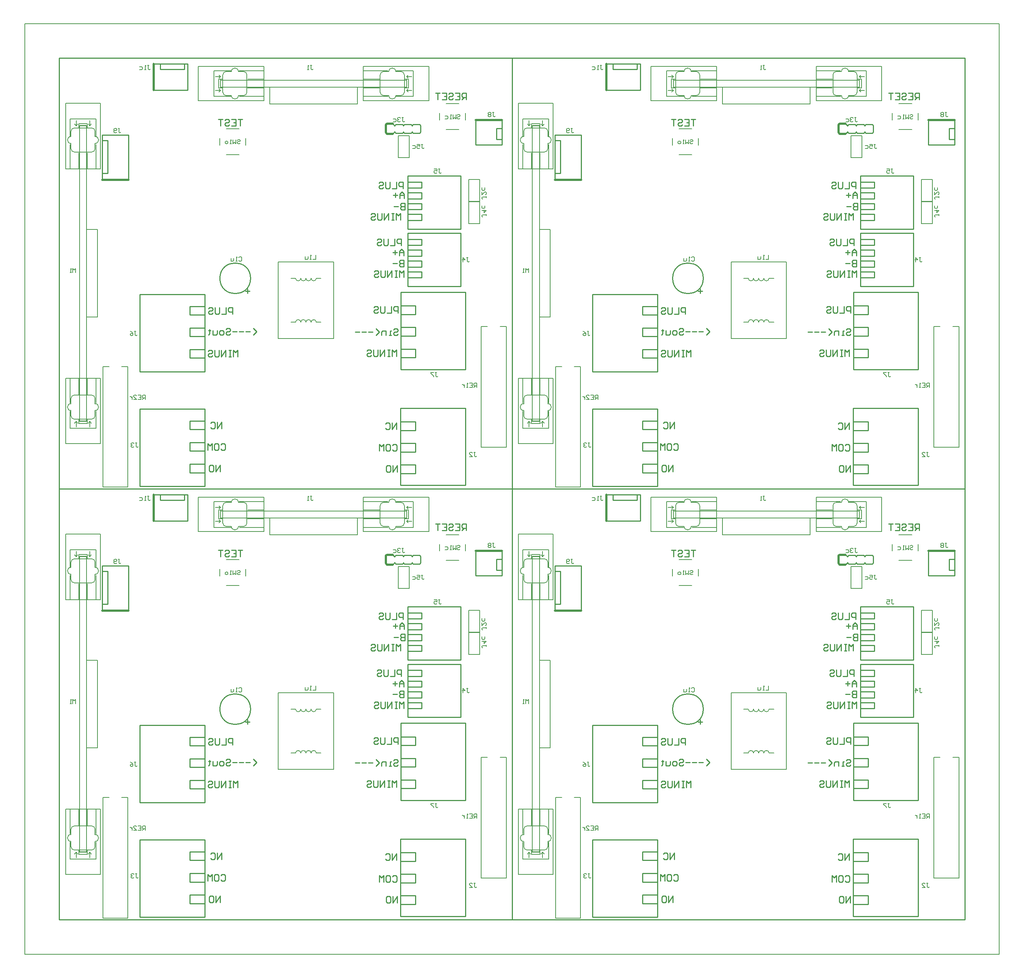
<source format=gbo>
%FSLAX25Y25*%
%MOIN*%
G70*
G01*
G75*
G04 Layer_Color=32896*
%ADD10C,0.00787*%
%ADD11C,0.01000*%
%ADD12C,0.05906*%
%ADD13R,0.05000X0.05000*%
%ADD14R,0.03543X0.03543*%
%ADD15R,0.05000X0.08000*%
%ADD16R,0.07000X0.07000*%
%ADD17R,0.13780X0.07000*%
%ADD18R,0.38400X0.48000*%
%ADD19R,0.11800X0.06300*%
%ADD20R,0.24400X0.22800*%
%ADD21R,0.07087X0.06693*%
%ADD22R,0.22047X0.09055*%
%ADD23R,0.05000X0.03600*%
%ADD24R,0.03600X0.03600*%
%ADD25R,0.05000X0.05000*%
%ADD26O,0.07600X0.02400*%
%ADD27R,0.07600X0.02400*%
%ADD28O,0.04724X0.02362*%
%ADD29R,0.04724X0.02362*%
%ADD30R,0.10000X0.10000*%
%ADD31R,0.01181X0.05512*%
%ADD32R,0.05512X0.01181*%
%ADD33R,0.07000X0.06000*%
%ADD34R,0.08661X0.05512*%
%ADD35O,0.02400X0.07600*%
%ADD36R,0.02400X0.07600*%
%ADD37R,0.03600X0.05000*%
%ADD38R,0.03600X0.03600*%
%ADD39R,0.06693X0.07087*%
%ADD40R,0.07000X0.07000*%
%ADD41R,0.03543X0.03543*%
%ADD42R,0.10000X0.10000*%
%ADD43R,0.05906X0.05906*%
%ADD44R,0.05906X0.05906*%
%ADD45C,0.00984*%
%ADD46C,0.01969*%
%ADD47C,0.05906*%
%ADD48C,0.03937*%
%ADD49C,0.01575*%
%ADD50C,0.00800*%
%ADD51C,0.08268*%
%ADD52C,0.08000*%
%ADD53C,0.25197*%
%ADD54C,0.07000*%
%ADD55C,0.07087*%
%ADD56R,0.07087X0.07087*%
%ADD57O,0.09843X0.07874*%
%ADD58C,0.05906*%
%ADD59C,0.09843*%
%ADD60C,0.07874*%
%ADD61R,0.07087X0.07087*%
%ADD62C,0.05000*%
%ADD63C,0.06000*%
%ADD64C,0.04331*%
%ADD65C,0.02000*%
%ADD66C,0.01600*%
%ADD67C,0.11811*%
%ADD68R,0.05800X0.05800*%
%ADD69R,0.04343X0.04343*%
%ADD70R,0.05800X0.08800*%
%ADD71R,0.07800X0.07800*%
%ADD72R,0.14579X0.07800*%
%ADD73R,0.39200X0.48800*%
%ADD74R,0.12600X0.07100*%
%ADD75R,0.25200X0.23600*%
%ADD76R,0.07887X0.07493*%
%ADD77R,0.22847X0.09855*%
%ADD78R,0.05800X0.04400*%
%ADD79R,0.04400X0.04400*%
%ADD80R,0.05800X0.05800*%
%ADD81O,0.08400X0.03200*%
%ADD82R,0.08400X0.03200*%
%ADD83O,0.05524X0.03162*%
%ADD84R,0.05524X0.03162*%
%ADD85R,0.10800X0.10800*%
%ADD86R,0.01981X0.06312*%
%ADD87R,0.06312X0.01981*%
%ADD88R,0.07800X0.06800*%
%ADD89R,0.09461X0.06312*%
%ADD90O,0.03200X0.08400*%
%ADD91R,0.03200X0.08400*%
%ADD92R,0.04400X0.05800*%
%ADD93R,0.04400X0.04400*%
%ADD94R,0.07493X0.07887*%
%ADD95R,0.07800X0.07800*%
%ADD96R,0.04343X0.04343*%
%ADD97R,0.10800X0.10800*%
%ADD98R,0.06706X0.06706*%
%ADD99R,0.11811X0.11811*%
%ADD100C,0.09068*%
%ADD101C,0.08800*%
%ADD102C,0.25997*%
%ADD103C,0.07800*%
%ADD104C,0.07887*%
%ADD105R,0.07887X0.07887*%
%ADD106O,0.10642X0.08674*%
%ADD107C,0.06706*%
%ADD108C,0.10642*%
%ADD109C,0.08674*%
%ADD110R,0.07887X0.07887*%
%ADD111C,0.05800*%
%ADD112C,0.06800*%
%ADD113C,0.05131*%
D10*
X157169Y359449D02*
G03*
X163468Y359449I3150J0D01*
G01*
X149295Y362598D02*
G03*
X152445Y359449I3150J0D01*
G01*
X168193Y359449D02*
G03*
X171342Y362598I0J3150D01*
G01*
X171342Y378346D02*
G03*
X168193Y381496I-3150J0D01*
G01*
X152445Y381496D02*
G03*
X149295Y378346I0J-3150D01*
G01*
X163468Y381496D02*
G03*
X157169Y381496I-3150J0D01*
G01*
X307169D02*
G03*
X300870Y381496I-3150J0D01*
G01*
X315043Y378346D02*
G03*
X311893Y381496I-3150J0D01*
G01*
X296145Y381496D02*
G03*
X292996Y378346I0J-3150D01*
G01*
X292996Y362598D02*
G03*
X296145Y359449I3150J0D01*
G01*
X311893Y359449D02*
G03*
X315043Y362598I0J3150D01*
G01*
X300870Y359449D02*
G03*
X307169Y359449I3150J0D01*
G01*
X32677Y71653D02*
G03*
X32677Y77953I0J3150D01*
G01*
X29528Y63779D02*
G03*
X32677Y66929I0J3150D01*
G01*
X32677Y82677D02*
G03*
X29528Y85827I-3150J0D01*
G01*
X13780Y85827D02*
G03*
X10630Y82677I0J-3150D01*
G01*
X10630Y66929D02*
G03*
X13780Y63779I3150J0D01*
G01*
X10630Y77953D02*
G03*
X10630Y71653I0J-3150D01*
G01*
Y322047D02*
G03*
X10630Y315748I0J-3150D01*
G01*
X13780Y329921D02*
G03*
X10630Y326772I0J-3150D01*
G01*
X10630Y311024D02*
G03*
X13780Y307874I3150J0D01*
G01*
X29528Y307874D02*
G03*
X32677Y311024I0J3150D01*
G01*
X32677Y326772D02*
G03*
X29528Y329921I-3150J0D01*
G01*
X32677Y315748D02*
G03*
X32677Y322047I0J3150D01*
G01*
X234646Y152362D02*
G03*
X229921Y152362I-2362J0D01*
G01*
X229921D02*
G03*
X225197Y152362I-2362J0D01*
G01*
X225197D02*
G03*
X220472Y152362I-2362J0D01*
G01*
X220472D02*
G03*
X215748Y152362I-2362J0D01*
G01*
Y192520D02*
G03*
X220472Y192520I2362J0D01*
G01*
X220472D02*
G03*
X225197Y192520I2362J0D01*
G01*
X225197D02*
G03*
X229921Y192520I2362J0D01*
G01*
X229921D02*
G03*
X234646Y192520I2362J0D01*
G01*
X149295Y362598D02*
Y378346D01*
X152445Y381496D02*
X157169D01*
Y381496D02*
Y381496D01*
X163468Y381496D02*
X168193D01*
X171342Y362598D02*
Y378346D01*
X152445Y359449D02*
X157169D01*
X163468Y359449D02*
X168193D01*
X163468D02*
Y359449D01*
X147327Y366535D02*
Y374409D01*
X141027Y382283D02*
X156775D01*
X141027Y358661D02*
X156775D01*
X145358Y366535D02*
X148901Y366535D01*
X145358Y374409D02*
X148901D01*
X171933Y366535D02*
X186697D01*
X172130Y374409D02*
X186697D01*
X164453Y358661D02*
X186697D01*
X164256Y382283D02*
X186697D01*
X145358Y366535D02*
Y374409D01*
X141027Y358661D02*
Y382283D01*
X126854Y354724D02*
Y386221D01*
X186697Y354724D02*
Y386221D01*
X126854Y354724D02*
X186697D01*
X126854Y386221D02*
X186697D01*
X142405Y376772D02*
X147327D01*
X145752Y378150D02*
X147327Y376772D01*
X145752Y375394D02*
X147327Y376772D01*
X145752Y365551D02*
X147327Y364173D01*
X145752Y362795D02*
X147327Y364173D01*
X142405D02*
X147327D01*
X315043Y362598D02*
Y378346D01*
X307169Y359449D02*
X311893D01*
X307169D02*
Y359449D01*
X296145D02*
X300870D01*
X292996Y362598D02*
Y378346D01*
X307169Y381496D02*
X311893D01*
X296145Y381496D02*
X300870D01*
Y381496D02*
Y381496D01*
X317011Y366535D02*
Y374409D01*
X307563Y358661D02*
X323311D01*
X307563Y382283D02*
X323311D01*
X315437Y374409D02*
X318980Y374409D01*
X315437Y366535D02*
X318980D01*
X277641Y374409D02*
X292405D01*
X277641Y366535D02*
X292208D01*
X277641Y382283D02*
X299886D01*
X277641Y358661D02*
X300082D01*
X318980Y366535D02*
Y374409D01*
X323311Y358661D02*
Y382283D01*
X337484Y354724D02*
Y386221D01*
X277641Y354724D02*
Y386221D01*
X337484D01*
X277641Y354724D02*
X337484D01*
X317011Y364173D02*
X321933D01*
X317011D02*
X318586Y362795D01*
X317011Y364173D02*
X318586Y365551D01*
X317011Y376772D02*
X318586Y375394D01*
X317011Y376772D02*
X318586Y378150D01*
X317011Y376772D02*
X321933D01*
X13780Y63779D02*
X29528D01*
X10630Y66929D02*
Y71653D01*
X10630D01*
Y77953D02*
Y82677D01*
X13780Y85827D02*
X29528D01*
X32677Y66929D02*
Y71653D01*
X32677Y77953D02*
Y82677D01*
X32677Y77953D02*
X32677D01*
X17717Y61811D02*
X25591D01*
X9843Y55512D02*
Y71260D01*
X33465Y55512D02*
Y71260D01*
X25591Y59842D02*
X25591Y63386D01*
X17717Y59842D02*
Y63386D01*
X25591Y86417D02*
Y101181D01*
X17717Y86614D02*
Y101181D01*
X33465Y78937D02*
Y101181D01*
X9843Y78740D02*
Y101181D01*
X17717Y59842D02*
X25591D01*
X9843Y55512D02*
X33465D01*
X5906Y41339D02*
X37402D01*
X5906Y101181D02*
X37402D01*
Y41339D02*
Y101181D01*
X5906Y41339D02*
Y101181D01*
X15354Y56890D02*
Y61811D01*
X13976Y60236D02*
X15354Y61811D01*
X16732Y60236D01*
X26575D02*
X27953Y61811D01*
X29331Y60236D01*
X27953Y56890D02*
Y61811D01*
X13780Y329921D02*
X29528D01*
X32677Y322047D02*
Y326772D01*
X32677Y322047D02*
X32677D01*
X32677Y311024D02*
Y315748D01*
X13780Y307874D02*
X29528D01*
X10630Y322047D02*
Y326772D01*
X10630Y311024D02*
Y315748D01*
X10630D01*
X17717Y331890D02*
X25591D01*
X33465Y322441D02*
Y338189D01*
X9843Y322441D02*
Y338189D01*
X17717Y330315D02*
X17717Y333858D01*
X25591Y330315D02*
Y333858D01*
X17717Y292520D02*
Y307283D01*
X25591Y292520D02*
Y307087D01*
X9843Y292520D02*
Y314764D01*
X33465Y292520D02*
Y314961D01*
X17717Y333858D02*
X25591D01*
X9843Y338189D02*
X33465D01*
X5906Y352362D02*
X37402D01*
X5906Y292520D02*
X37402D01*
X5906D02*
Y352362D01*
X37402Y292520D02*
Y352362D01*
X27953Y331890D02*
Y336811D01*
Y331890D02*
X29331Y333465D01*
X26575D02*
X27953Y331890D01*
X15354D02*
X16732Y333465D01*
X13976D02*
X15354Y331890D01*
Y336811D01*
X272011Y351791D02*
Y367146D01*
X192011Y351791D02*
Y367146D01*
Y351791D02*
X272011D01*
X317011Y367146D02*
Y373622D01*
X147327Y367146D02*
X317011D01*
X147327D02*
Y373622D01*
X317011D01*
X39744Y111894D02*
X45453D01*
X56870D02*
X62579D01*
X39744Y1657D02*
Y111894D01*
Y1657D02*
X62579D01*
Y111894D01*
X385244Y148394D02*
X390953D01*
X402370D02*
X408079D01*
X385244Y38157D02*
Y148394D01*
Y38157D02*
X408079D01*
Y148394D01*
X25000Y237244D02*
X34843D01*
X25000Y157244D02*
X34843D01*
Y237244D01*
X18524Y332283D02*
X25000D01*
Y62205D02*
Y332283D01*
X18524Y62205D02*
X25000D01*
X18524D02*
Y332283D01*
X234646Y152362D02*
X238976D01*
X211417D02*
X215748D01*
X211417Y192520D02*
X215748D01*
X234646D02*
X238976D01*
X250394Y137402D02*
Y207480D01*
X200000Y137402D02*
X250394D01*
X200000D02*
Y207480D01*
X250394D01*
X53697Y329526D02*
X55009D01*
X54352D01*
Y326247D01*
X55009Y325590D01*
X55664D01*
X56320Y326247D01*
X52385D02*
X51729Y325590D01*
X50417D01*
X49761Y326247D01*
Y328870D01*
X50417Y329526D01*
X51729D01*
X52385Y328870D01*
Y328214D01*
X51729Y327558D01*
X49761D01*
X395408Y344093D02*
X396720D01*
X396064D01*
Y340813D01*
X396720Y340158D01*
X397375D01*
X398031Y340813D01*
X394096Y343437D02*
X393440Y344093D01*
X392128D01*
X391472Y343437D01*
Y342781D01*
X392128Y342125D01*
X391472Y341469D01*
Y340813D01*
X392128Y340158D01*
X393440D01*
X394096Y340813D01*
Y341469D01*
X393440Y342125D01*
X394096Y342781D01*
Y343437D01*
X393440Y342125D02*
X392128D01*
X163912Y211547D02*
X164568Y212204D01*
X165879D01*
X166535Y211547D01*
Y208924D01*
X165879Y208268D01*
X164568D01*
X163912Y208924D01*
X162600Y208268D02*
X161288D01*
X161944D01*
Y212204D01*
X162600Y211547D01*
X159320Y210892D02*
Y208924D01*
X158664Y208268D01*
X156696D01*
Y210892D01*
X80447Y387007D02*
X81759D01*
X81103D01*
Y383727D01*
X81759Y383071D01*
X82415D01*
X83071Y383727D01*
X79135Y383071D02*
X77823D01*
X78479D01*
Y387007D01*
X79135Y386351D01*
X73232Y385695D02*
X75199D01*
X75855Y385039D01*
Y383727D01*
X75199Y383071D01*
X73232D01*
X371786Y211416D02*
X373097D01*
X372442D01*
Y208136D01*
X373097Y207480D01*
X373753D01*
X374410Y208136D01*
X368506Y207480D02*
Y211416D01*
X370474Y209448D01*
X367850D01*
X330447Y314959D02*
X331759D01*
X331103D01*
Y311680D01*
X331759Y311024D01*
X332415D01*
X333071Y311680D01*
X326511Y314959D02*
X329135D01*
Y312991D01*
X327823Y313647D01*
X327167D01*
X326511Y312991D01*
Y311680D01*
X327167Y311024D01*
X328479D01*
X329135Y311680D01*
X322576Y313647D02*
X324543D01*
X325199Y312991D01*
Y311680D01*
X324543Y311024D01*
X322576D01*
X346195Y292518D02*
X347507D01*
X346851D01*
Y289239D01*
X347507Y288583D01*
X348163D01*
X348819Y289239D01*
X342259Y292518D02*
X344883D01*
Y290550D01*
X343571Y291207D01*
X342915D01*
X342259Y290550D01*
Y289239D01*
X342915Y288583D01*
X344227D01*
X344883Y289239D01*
X312731Y339369D02*
X314042D01*
X313387D01*
Y336089D01*
X314042Y335433D01*
X314698D01*
X315354Y336089D01*
X311419Y338713D02*
X310763Y339369D01*
X309451D01*
X308795Y338713D01*
Y338057D01*
X309451Y337401D01*
X310107D01*
X309451D01*
X308795Y336745D01*
Y336089D01*
X309451Y335433D01*
X310763D01*
X311419Y336089D01*
X304859Y338057D02*
X306827D01*
X307483Y337401D01*
Y336089D01*
X306827Y335433D01*
X304859D01*
X68636Y144093D02*
X69948D01*
X69292D01*
Y140813D01*
X69948Y140157D01*
X70604D01*
X71260Y140813D01*
X64700Y144093D02*
X66012Y143437D01*
X67324Y142125D01*
Y140813D01*
X66668Y140157D01*
X65356D01*
X64700Y140813D01*
Y141469D01*
X65356Y142125D01*
X67324D01*
X343045Y106298D02*
X344357D01*
X343701D01*
Y103018D01*
X344357Y102362D01*
X345013D01*
X345669Y103018D01*
X341734Y106298D02*
X339110D01*
Y105642D01*
X341734Y103018D01*
Y102362D01*
X234252Y213778D02*
Y209842D01*
X231628D01*
X230316D02*
X229004D01*
X229660D01*
Y213778D01*
X230316Y213122D01*
X227036Y212466D02*
Y210498D01*
X226380Y209842D01*
X224413D01*
Y212466D01*
X363324Y341511D02*
X363980Y342166D01*
X365292D01*
X365948Y341511D01*
Y340855D01*
X365292Y340199D01*
X363980D01*
X363324Y339543D01*
Y338887D01*
X363980Y338231D01*
X365292D01*
X365948Y338887D01*
X362012Y342166D02*
Y338231D01*
X360700Y339543D01*
X359388Y338231D01*
Y342166D01*
X358077Y338231D02*
X356765D01*
X357421D01*
Y342166D01*
X358077Y341511D01*
X352173Y340855D02*
X354141D01*
X354797Y340199D01*
Y338887D01*
X354141Y338231D01*
X352173D01*
X229266Y387007D02*
X230578D01*
X229922D01*
Y383727D01*
X230578Y383071D01*
X231234D01*
X231890Y383727D01*
X227954Y383071D02*
X226642D01*
X227298D01*
Y387007D01*
X227954Y386351D01*
X378479Y33463D02*
X379790D01*
X379134D01*
Y30184D01*
X379790Y29528D01*
X380446D01*
X381102Y30184D01*
X374543Y29528D02*
X377167D01*
X374543Y32151D01*
Y32807D01*
X375199Y33463D01*
X376511D01*
X377167Y32807D01*
X69423Y42125D02*
X70735D01*
X70079D01*
Y38845D01*
X70735Y38189D01*
X71391D01*
X72047Y38845D01*
X68111Y41469D02*
X67456Y42125D01*
X66144D01*
X65488Y41469D01*
Y40813D01*
X66144Y40157D01*
X66800D01*
X66144D01*
X65488Y39501D01*
Y38845D01*
X66144Y38189D01*
X67456D01*
X68111Y38845D01*
X381102Y92913D02*
Y96849D01*
X379134D01*
X378479Y96193D01*
Y94881D01*
X379134Y94225D01*
X381102D01*
X379790D02*
X378479Y92913D01*
X374543Y96849D02*
X377167D01*
Y92913D01*
X374543D01*
X377167Y94881D02*
X375855D01*
X373231Y92913D02*
X371919D01*
X372575D01*
Y96849D01*
X373231Y96193D01*
X369951Y95537D02*
Y92913D01*
Y94225D01*
X369295Y94881D01*
X368639Y95537D01*
X367983D01*
X78347Y81890D02*
Y85826D01*
X76379D01*
X75723Y85170D01*
Y83858D01*
X76379Y83202D01*
X78347D01*
X77034D02*
X75723Y81890D01*
X71787Y85826D02*
X74411D01*
Y81890D01*
X71787D01*
X74411Y83858D02*
X73099D01*
X67851Y81890D02*
X70475D01*
X67851Y84514D01*
Y85170D01*
X68507Y85826D01*
X69819D01*
X70475Y85170D01*
X66539Y84514D02*
Y81890D01*
Y83202D01*
X65883Y83858D01*
X65227Y84514D01*
X64571D01*
X14961Y197638D02*
Y201573D01*
X13649Y200262D01*
X12337Y201573D01*
Y197638D01*
X11025D02*
X9713D01*
X10369D01*
Y201573D01*
X11025Y200918D01*
X162524Y318611D02*
X163180Y319266D01*
X164492D01*
X165148Y318611D01*
Y317954D01*
X164492Y317299D01*
X163180D01*
X162524Y316643D01*
Y315987D01*
X163180Y315331D01*
X164492D01*
X165148Y315987D01*
X161212Y319266D02*
Y315331D01*
X159900Y316643D01*
X158589Y315331D01*
Y319266D01*
X157276Y315331D02*
X155965D01*
X156621D01*
Y319266D01*
X157276Y318611D01*
X153341Y315331D02*
X152029D01*
X151373Y315987D01*
Y317299D01*
X152029Y317954D01*
X153341D01*
X153997Y317299D01*
Y315987D01*
X153341Y315331D01*
X389762Y267584D02*
Y266272D01*
Y266929D01*
X386483D01*
X385827Y266272D01*
Y265617D01*
X386483Y264961D01*
X385827Y271520D02*
Y268896D01*
X388451Y271520D01*
X389107D01*
X389762Y270864D01*
Y269552D01*
X389107Y268896D01*
X388451Y275456D02*
Y273488D01*
X387795Y272832D01*
X386483D01*
X385827Y273488D01*
Y275456D01*
X389762Y251049D02*
Y249737D01*
Y250393D01*
X386483D01*
X385827Y249737D01*
Y249081D01*
X386483Y248425D01*
X385827Y254329D02*
X389762D01*
X387795Y252361D01*
Y254985D01*
X388451Y258921D02*
Y256953D01*
X387795Y256297D01*
X386483D01*
X385827Y256953D01*
Y258921D01*
X570555Y359449D02*
G03*
X576854Y359449I3150J0D01*
G01*
X562681Y362598D02*
G03*
X565830Y359449I3150J0D01*
G01*
X581578Y359449D02*
G03*
X584728Y362598I0J3150D01*
G01*
X584728Y378346D02*
G03*
X581578Y381496I-3150J0D01*
G01*
X565830Y381496D02*
G03*
X562681Y378346I0J-3150D01*
G01*
X576854Y381496D02*
G03*
X570555Y381496I-3150J0D01*
G01*
X720555D02*
G03*
X714256Y381496I-3150J0D01*
G01*
X728429Y378346D02*
G03*
X725279Y381496I-3150J0D01*
G01*
X709531Y381496D02*
G03*
X706382Y378346I0J-3150D01*
G01*
X706382Y362598D02*
G03*
X709531Y359449I3150J0D01*
G01*
X725279Y359449D02*
G03*
X728429Y362598I0J3150D01*
G01*
X714256Y359449D02*
G03*
X720555Y359449I3150J0D01*
G01*
X446063Y71653D02*
G03*
X446063Y77953I0J3150D01*
G01*
X442913Y63779D02*
G03*
X446063Y66929I0J3150D01*
G01*
X446063Y82677D02*
G03*
X442913Y85827I-3150J0D01*
G01*
X427165Y85827D02*
G03*
X424016Y82677I0J-3150D01*
G01*
X424016Y66929D02*
G03*
X427165Y63779I3150J0D01*
G01*
X424016Y77953D02*
G03*
X424016Y71653I0J-3150D01*
G01*
Y322047D02*
G03*
X424016Y315748I0J-3150D01*
G01*
X427165Y329921D02*
G03*
X424016Y326772I0J-3150D01*
G01*
X424016Y311024D02*
G03*
X427165Y307874I3150J0D01*
G01*
X442913Y307874D02*
G03*
X446063Y311024I0J3150D01*
G01*
X446063Y326772D02*
G03*
X442913Y329921I-3150J0D01*
G01*
X446063Y315748D02*
G03*
X446063Y322047I0J3150D01*
G01*
X648032Y152362D02*
G03*
X643307Y152362I-2362J0D01*
G01*
X643307D02*
G03*
X638583Y152362I-2362J0D01*
G01*
X638583D02*
G03*
X633858Y152362I-2362J0D01*
G01*
X633858D02*
G03*
X629134Y152362I-2362J0D01*
G01*
Y192520D02*
G03*
X633858Y192520I2362J0D01*
G01*
X633858D02*
G03*
X638583Y192520I2362J0D01*
G01*
X638583D02*
G03*
X643307Y192520I2362J0D01*
G01*
X643307D02*
G03*
X648032Y192520I2362J0D01*
G01*
X562681Y362598D02*
Y378346D01*
X565830Y381496D02*
X570555D01*
Y381496D02*
Y381496D01*
X576854Y381496D02*
X581578D01*
X584728Y362598D02*
Y378346D01*
X565830Y359449D02*
X570555D01*
X576854Y359449D02*
X581578D01*
X576854D02*
Y359449D01*
X560712Y366535D02*
Y374409D01*
X554413Y382283D02*
X570161D01*
X554413Y358661D02*
X570161D01*
X558744Y366535D02*
X562287Y366535D01*
X558744Y374409D02*
X562287D01*
X585319Y366535D02*
X600082D01*
X585515Y374409D02*
X600082D01*
X577838Y358661D02*
X600082D01*
X577641Y382283D02*
X600082D01*
X558744Y366535D02*
Y374409D01*
X554413Y358661D02*
Y382283D01*
X540240Y354724D02*
Y386221D01*
X600082Y354724D02*
Y386221D01*
X540240Y354724D02*
X600082D01*
X540240Y386221D02*
X600082D01*
X555791Y376772D02*
X560712D01*
X559137Y378150D02*
X560712Y376772D01*
X559137Y375394D02*
X560712Y376772D01*
X559137Y365551D02*
X560712Y364173D01*
X559137Y362795D02*
X560712Y364173D01*
X555791D02*
X560712D01*
X728429Y362598D02*
Y378346D01*
X720555Y359449D02*
X725279D01*
X720555D02*
Y359449D01*
X709531D02*
X714256D01*
X706382Y362598D02*
Y378346D01*
X720555Y381496D02*
X725279D01*
X709531Y381496D02*
X714256D01*
Y381496D02*
Y381496D01*
X730397Y366535D02*
Y374409D01*
X720949Y358661D02*
X736697D01*
X720949Y382283D02*
X736697D01*
X728823Y374409D02*
X732366Y374409D01*
X728823Y366535D02*
X732366D01*
X691027Y374409D02*
X705791D01*
X691027Y366535D02*
X705594D01*
X691027Y382283D02*
X713271D01*
X691027Y358661D02*
X713468D01*
X732366Y366535D02*
Y374409D01*
X736697Y358661D02*
Y382283D01*
X750870Y354724D02*
Y386221D01*
X691027Y354724D02*
Y386221D01*
X750870D01*
X691027Y354724D02*
X750870D01*
X730397Y364173D02*
X735319D01*
X730397D02*
X731972Y362795D01*
X730397Y364173D02*
X731972Y365551D01*
X730397Y376772D02*
X731972Y375394D01*
X730397Y376772D02*
X731972Y378150D01*
X730397Y376772D02*
X735319D01*
X427165Y63779D02*
X442913D01*
X424016Y66929D02*
Y71653D01*
X424016D01*
Y77953D02*
Y82677D01*
X427165Y85827D02*
X442913D01*
X446063Y66929D02*
Y71653D01*
X446063Y77953D02*
Y82677D01*
X446063Y77953D02*
X446063D01*
X431102Y61811D02*
X438976D01*
X423228Y55512D02*
Y71260D01*
X446850Y55512D02*
Y71260D01*
X438976Y59842D02*
X438976Y63386D01*
X431102Y59842D02*
Y63386D01*
X438976Y86417D02*
Y101181D01*
X431102Y86614D02*
Y101181D01*
X446850Y78937D02*
Y101181D01*
X423228Y78740D02*
Y101181D01*
X431102Y59842D02*
X438976D01*
X423228Y55512D02*
X446850D01*
X419291Y41339D02*
X450787D01*
X419291Y101181D02*
X450787D01*
Y41339D02*
Y101181D01*
X419291Y41339D02*
Y101181D01*
X428740Y56890D02*
Y61811D01*
X427362Y60236D02*
X428740Y61811D01*
X430118Y60236D01*
X439961D02*
X441339Y61811D01*
X442717Y60236D01*
X441339Y56890D02*
Y61811D01*
X427165Y329921D02*
X442913D01*
X446063Y322047D02*
Y326772D01*
X446063Y322047D02*
X446063D01*
X446063Y311024D02*
Y315748D01*
X427165Y307874D02*
X442913D01*
X424016Y322047D02*
Y326772D01*
X424016Y311024D02*
Y315748D01*
X424016D01*
X431102Y331890D02*
X438976D01*
X446850Y322441D02*
Y338189D01*
X423228Y322441D02*
Y338189D01*
X431102Y330315D02*
X431102Y333858D01*
X438976Y330315D02*
Y333858D01*
X431102Y292520D02*
Y307283D01*
X438976Y292520D02*
Y307087D01*
X423228Y292520D02*
Y314764D01*
X446850Y292520D02*
Y314961D01*
X431102Y333858D02*
X438976D01*
X423228Y338189D02*
X446850D01*
X419291Y352362D02*
X450787D01*
X419291Y292520D02*
X450787D01*
X419291D02*
Y352362D01*
X450787Y292520D02*
Y352362D01*
X441339Y331890D02*
Y336811D01*
Y331890D02*
X442717Y333465D01*
X439961D02*
X441339Y331890D01*
X428740D02*
X430118Y333465D01*
X427362D02*
X428740Y331890D01*
Y336811D01*
X685397Y351791D02*
Y367146D01*
X605397Y351791D02*
Y367146D01*
Y351791D02*
X685397D01*
X730397Y367146D02*
Y373622D01*
X560712Y367146D02*
X730397D01*
X560712D02*
Y373622D01*
X730397D01*
X453130Y111894D02*
X458839D01*
X470256D02*
X475965D01*
X453130Y1657D02*
Y111894D01*
Y1657D02*
X475965D01*
Y111894D01*
X798630Y148394D02*
X804339D01*
X815756D02*
X821465D01*
X798630Y38157D02*
Y148394D01*
Y38157D02*
X821465D01*
Y148394D01*
X438386Y237244D02*
X448228D01*
X438386Y157244D02*
X448228D01*
Y237244D01*
X431909Y332283D02*
X438386D01*
Y62205D02*
Y332283D01*
X431909Y62205D02*
X438386D01*
X431909D02*
Y332283D01*
X648032Y152362D02*
X652362D01*
X624803D02*
X629134D01*
X624803Y192520D02*
X629134D01*
X648032D02*
X652362D01*
X663779Y137402D02*
Y207480D01*
X613386Y137402D02*
X663779D01*
X613386D02*
Y207480D01*
X663779D01*
X467082Y329526D02*
X468394D01*
X467738D01*
Y326247D01*
X468394Y325590D01*
X469050D01*
X469706Y326247D01*
X465770D02*
X465114Y325590D01*
X463803D01*
X463147Y326247D01*
Y328870D01*
X463803Y329526D01*
X465114D01*
X465770Y328870D01*
Y328214D01*
X465114Y327558D01*
X463147D01*
X808794Y344093D02*
X810105D01*
X809449D01*
Y340813D01*
X810105Y340158D01*
X810761D01*
X811417Y340813D01*
X807482Y343437D02*
X806826Y344093D01*
X805514D01*
X804858Y343437D01*
Y342781D01*
X805514Y342125D01*
X804858Y341469D01*
Y340813D01*
X805514Y340158D01*
X806826D01*
X807482Y340813D01*
Y341469D01*
X806826Y342125D01*
X807482Y342781D01*
Y343437D01*
X806826Y342125D02*
X805514D01*
X577297Y211547D02*
X577953Y212204D01*
X579265D01*
X579921Y211547D01*
Y208924D01*
X579265Y208268D01*
X577953D01*
X577297Y208924D01*
X575985Y208268D02*
X574674D01*
X575330D01*
Y212204D01*
X575985Y211547D01*
X572706Y210892D02*
Y208924D01*
X572050Y208268D01*
X570082D01*
Y210892D01*
X493833Y387007D02*
X495145D01*
X494489D01*
Y383727D01*
X495145Y383071D01*
X495801D01*
X496457Y383727D01*
X492521Y383071D02*
X491209D01*
X491865D01*
Y387007D01*
X492521Y386351D01*
X486617Y385695D02*
X488585D01*
X489241Y385039D01*
Y383727D01*
X488585Y383071D01*
X486617D01*
X785172Y211416D02*
X786483D01*
X785827D01*
Y208136D01*
X786483Y207480D01*
X787139D01*
X787795Y208136D01*
X781892Y207480D02*
Y211416D01*
X783859Y209448D01*
X781236D01*
X743833Y314959D02*
X745145D01*
X744489D01*
Y311680D01*
X745145Y311024D01*
X745801D01*
X746457Y311680D01*
X739897Y314959D02*
X742521D01*
Y312991D01*
X741209Y313647D01*
X740553D01*
X739897Y312991D01*
Y311680D01*
X740553Y311024D01*
X741865D01*
X742521Y311680D01*
X735961Y313647D02*
X737929D01*
X738585Y312991D01*
Y311680D01*
X737929Y311024D01*
X735961D01*
X759581Y292518D02*
X760893D01*
X760237D01*
Y289239D01*
X760893Y288583D01*
X761549D01*
X762205Y289239D01*
X755645Y292518D02*
X758269D01*
Y290550D01*
X756957Y291207D01*
X756301D01*
X755645Y290550D01*
Y289239D01*
X756301Y288583D01*
X757613D01*
X758269Y289239D01*
X726116Y339369D02*
X727428D01*
X726772D01*
Y336089D01*
X727428Y335433D01*
X728084D01*
X728740Y336089D01*
X724804Y338713D02*
X724149Y339369D01*
X722836D01*
X722181Y338713D01*
Y338057D01*
X722836Y337401D01*
X723492D01*
X722836D01*
X722181Y336745D01*
Y336089D01*
X722836Y335433D01*
X724149D01*
X724804Y336089D01*
X718245Y338057D02*
X720213D01*
X720869Y337401D01*
Y336089D01*
X720213Y335433D01*
X718245D01*
X482022Y144093D02*
X483334D01*
X482678D01*
Y140813D01*
X483334Y140157D01*
X483990D01*
X484646Y140813D01*
X478086Y144093D02*
X479398Y143437D01*
X480710Y142125D01*
Y140813D01*
X480054Y140157D01*
X478742D01*
X478086Y140813D01*
Y141469D01*
X478742Y142125D01*
X480710D01*
X756431Y106298D02*
X757743D01*
X757087D01*
Y103018D01*
X757743Y102362D01*
X758399D01*
X759055Y103018D01*
X755119Y106298D02*
X752496D01*
Y105642D01*
X755119Y103018D01*
Y102362D01*
X647638Y213778D02*
Y209842D01*
X645014D01*
X643702D02*
X642390D01*
X643046D01*
Y213778D01*
X643702Y213122D01*
X640422Y212466D02*
Y210498D01*
X639766Y209842D01*
X637799D01*
Y212466D01*
X776710Y341511D02*
X777366Y342166D01*
X778678D01*
X779334Y341511D01*
Y340855D01*
X778678Y340199D01*
X777366D01*
X776710Y339543D01*
Y338887D01*
X777366Y338231D01*
X778678D01*
X779334Y338887D01*
X775398Y342166D02*
Y338231D01*
X774086Y339543D01*
X772774Y338231D01*
Y342166D01*
X771462Y338231D02*
X770151D01*
X770806D01*
Y342166D01*
X771462Y341511D01*
X765559Y340855D02*
X767527D01*
X768183Y340199D01*
Y338887D01*
X767527Y338231D01*
X765559D01*
X642652Y387007D02*
X643964D01*
X643308D01*
Y383727D01*
X643964Y383071D01*
X644620D01*
X645276Y383727D01*
X641340Y383071D02*
X640028D01*
X640684D01*
Y387007D01*
X641340Y386351D01*
X791864Y33463D02*
X793176D01*
X792520D01*
Y30184D01*
X793176Y29528D01*
X793832D01*
X794488Y30184D01*
X787929Y29528D02*
X790553D01*
X787929Y32151D01*
Y32807D01*
X788585Y33463D01*
X789896D01*
X790553Y32807D01*
X482809Y42125D02*
X484121D01*
X483465D01*
Y38845D01*
X484121Y38189D01*
X484777D01*
X485433Y38845D01*
X481497Y41469D02*
X480841Y42125D01*
X479529D01*
X478873Y41469D01*
Y40813D01*
X479529Y40157D01*
X480185D01*
X479529D01*
X478873Y39501D01*
Y38845D01*
X479529Y38189D01*
X480841D01*
X481497Y38845D01*
X794488Y92913D02*
Y96849D01*
X792520D01*
X791864Y96193D01*
Y94881D01*
X792520Y94225D01*
X794488D01*
X793176D02*
X791864Y92913D01*
X787929Y96849D02*
X790553D01*
Y92913D01*
X787929D01*
X790553Y94881D02*
X789241D01*
X786617Y92913D02*
X785305D01*
X785961D01*
Y96849D01*
X786617Y96193D01*
X783337Y95537D02*
Y92913D01*
Y94225D01*
X782681Y94881D01*
X782025Y95537D01*
X781369D01*
X491732Y81890D02*
Y85826D01*
X489764D01*
X489109Y85170D01*
Y83858D01*
X489764Y83202D01*
X491732D01*
X490420D02*
X489109Y81890D01*
X485173Y85826D02*
X487796D01*
Y81890D01*
X485173D01*
X487796Y83858D02*
X486485D01*
X481237Y81890D02*
X483861D01*
X481237Y84514D01*
Y85170D01*
X481893Y85826D01*
X483205D01*
X483861Y85170D01*
X479925Y84514D02*
Y81890D01*
Y83202D01*
X479269Y83858D01*
X478613Y84514D01*
X477957D01*
X428346Y197638D02*
Y201573D01*
X427035Y200262D01*
X425723Y201573D01*
Y197638D01*
X424411D02*
X423099D01*
X423755D01*
Y201573D01*
X424411Y200918D01*
X575910Y318611D02*
X576566Y319266D01*
X577878D01*
X578534Y318611D01*
Y317954D01*
X577878Y317299D01*
X576566D01*
X575910Y316643D01*
Y315987D01*
X576566Y315331D01*
X577878D01*
X578534Y315987D01*
X574598Y319266D02*
Y315331D01*
X573286Y316643D01*
X571974Y315331D01*
Y319266D01*
X570662Y315331D02*
X569350D01*
X570006D01*
Y319266D01*
X570662Y318611D01*
X566727Y315331D02*
X565415D01*
X564759Y315987D01*
Y317299D01*
X565415Y317954D01*
X566727D01*
X567383Y317299D01*
Y315987D01*
X566727Y315331D01*
X803148Y267584D02*
Y266272D01*
Y266929D01*
X799869D01*
X799213Y266272D01*
Y265617D01*
X799869Y264961D01*
X799213Y271520D02*
Y268896D01*
X801836Y271520D01*
X802492D01*
X803148Y270864D01*
Y269552D01*
X802492Y268896D01*
X801836Y275456D02*
Y273488D01*
X801180Y272832D01*
X799869D01*
X799213Y273488D01*
Y275456D01*
X803148Y251049D02*
Y249737D01*
Y250393D01*
X799869D01*
X799213Y249737D01*
Y249081D01*
X799869Y248425D01*
X799213Y254329D02*
X803148D01*
X801180Y252361D01*
Y254985D01*
X801836Y258921D02*
Y256953D01*
X801180Y256297D01*
X799869D01*
X799213Y256953D01*
Y258921D01*
X157169Y753150D02*
G03*
X163468Y753150I3150J0D01*
G01*
X149295Y756299D02*
G03*
X152445Y753150I3150J0D01*
G01*
X168193Y753150D02*
G03*
X171342Y756299I0J3150D01*
G01*
X171342Y772047D02*
G03*
X168193Y775197I-3150J0D01*
G01*
X152445Y775197D02*
G03*
X149295Y772047I0J-3150D01*
G01*
X163468Y775197D02*
G03*
X157169Y775197I-3150J0D01*
G01*
X307169D02*
G03*
X300870Y775197I-3150J0D01*
G01*
X315043Y772047D02*
G03*
X311893Y775197I-3150J0D01*
G01*
X296145Y775197D02*
G03*
X292996Y772047I0J-3150D01*
G01*
X292996Y756299D02*
G03*
X296145Y753150I3150J0D01*
G01*
X311893Y753150D02*
G03*
X315043Y756299I0J3150D01*
G01*
X300870Y753150D02*
G03*
X307169Y753150I3150J0D01*
G01*
X32677Y465354D02*
G03*
X32677Y471654I0J3150D01*
G01*
X29528Y457480D02*
G03*
X32677Y460630I0J3150D01*
G01*
X32677Y476378D02*
G03*
X29528Y479528I-3150J0D01*
G01*
X13780Y479528D02*
G03*
X10630Y476378I0J-3150D01*
G01*
X10630Y460630D02*
G03*
X13780Y457480I3150J0D01*
G01*
X10630Y471654D02*
G03*
X10630Y465354I0J-3150D01*
G01*
Y715748D02*
G03*
X10630Y709449I0J-3150D01*
G01*
X13780Y723622D02*
G03*
X10630Y720472I0J-3150D01*
G01*
X10630Y704724D02*
G03*
X13780Y701575I3150J0D01*
G01*
X29528Y701575D02*
G03*
X32677Y704724I0J3150D01*
G01*
X32677Y720472D02*
G03*
X29528Y723622I-3150J0D01*
G01*
X32677Y709449D02*
G03*
X32677Y715748I0J3150D01*
G01*
X234646Y546063D02*
G03*
X229921Y546063I-2362J0D01*
G01*
X229921D02*
G03*
X225197Y546063I-2362J0D01*
G01*
X225197D02*
G03*
X220472Y546063I-2362J0D01*
G01*
X220472D02*
G03*
X215748Y546063I-2362J0D01*
G01*
Y586221D02*
G03*
X220472Y586221I2362J0D01*
G01*
X220472D02*
G03*
X225197Y586221I2362J0D01*
G01*
X225197D02*
G03*
X229921Y586221I2362J0D01*
G01*
X229921D02*
G03*
X234646Y586221I2362J0D01*
G01*
X149295Y756299D02*
Y772047D01*
X152445Y775197D02*
X157169D01*
Y775197D02*
Y775197D01*
X163468Y775197D02*
X168193D01*
X171342Y756299D02*
Y772047D01*
X152445Y753150D02*
X157169D01*
X163468Y753150D02*
X168193D01*
X163468D02*
Y753150D01*
X147327Y760236D02*
Y768110D01*
X141027Y775984D02*
X156775D01*
X141027Y752362D02*
X156775D01*
X145358Y760236D02*
X148901Y760236D01*
X145358Y768110D02*
X148901D01*
X171933Y760236D02*
X186697D01*
X172130Y768110D02*
X186697D01*
X164453Y752362D02*
X186697D01*
X164256Y775984D02*
X186697D01*
X145358Y760236D02*
Y768110D01*
X141027Y752362D02*
Y775984D01*
X126854Y748425D02*
Y779921D01*
X186697Y748425D02*
Y779921D01*
X126854Y748425D02*
X186697D01*
X126854Y779921D02*
X186697D01*
X142405Y770472D02*
X147327D01*
X145752Y771850D02*
X147327Y770472D01*
X145752Y769095D02*
X147327Y770472D01*
X145752Y759252D02*
X147327Y757874D01*
X145752Y756496D02*
X147327Y757874D01*
X142405D02*
X147327D01*
X315043Y756299D02*
Y772047D01*
X307169Y753150D02*
X311893D01*
X307169D02*
Y753150D01*
X296145D02*
X300870D01*
X292996Y756299D02*
Y772047D01*
X307169Y775197D02*
X311893D01*
X296145Y775197D02*
X300870D01*
Y775197D02*
Y775197D01*
X317011Y760236D02*
Y768110D01*
X307563Y752362D02*
X323311D01*
X307563Y775984D02*
X323311D01*
X315437Y768110D02*
X318980Y768110D01*
X315437Y760236D02*
X318980D01*
X277641Y768110D02*
X292405D01*
X277641Y760236D02*
X292208D01*
X277641Y775984D02*
X299886D01*
X277641Y752362D02*
X300082D01*
X318980Y760236D02*
Y768110D01*
X323311Y752362D02*
Y775984D01*
X337484Y748425D02*
Y779921D01*
X277641Y748425D02*
Y779921D01*
X337484D01*
X277641Y748425D02*
X337484D01*
X317011Y757874D02*
X321933D01*
X317011D02*
X318586Y756496D01*
X317011Y757874D02*
X318586Y759252D01*
X317011Y770472D02*
X318586Y769095D01*
X317011Y770472D02*
X318586Y771850D01*
X317011Y770472D02*
X321933D01*
X13780Y457480D02*
X29528D01*
X10630Y460630D02*
Y465354D01*
X10630D01*
Y471654D02*
Y476378D01*
X13780Y479528D02*
X29528D01*
X32677Y460630D02*
Y465354D01*
X32677Y471654D02*
Y476378D01*
X32677Y471654D02*
X32677D01*
X17717Y455512D02*
X25591D01*
X9843Y449213D02*
Y464961D01*
X33465Y449213D02*
Y464961D01*
X25591Y453543D02*
X25591Y457087D01*
X17717Y453543D02*
Y457087D01*
X25591Y480118D02*
Y494882D01*
X17717Y480315D02*
Y494882D01*
X33465Y472638D02*
Y494882D01*
X9843Y472441D02*
Y494882D01*
X17717Y453543D02*
X25591D01*
X9843Y449213D02*
X33465D01*
X5906Y435039D02*
X37402D01*
X5906Y494882D02*
X37402D01*
Y435039D02*
Y494882D01*
X5906Y435039D02*
Y494882D01*
X15354Y450591D02*
Y455512D01*
X13976Y453937D02*
X15354Y455512D01*
X16732Y453937D01*
X26575D02*
X27953Y455512D01*
X29331Y453937D01*
X27953Y450591D02*
Y455512D01*
X13780Y723622D02*
X29528D01*
X32677Y715748D02*
Y720472D01*
X32677Y715748D02*
X32677D01*
X32677Y704724D02*
Y709449D01*
X13780Y701575D02*
X29528D01*
X10630Y715748D02*
Y720472D01*
X10630Y704724D02*
Y709449D01*
X10630D01*
X17717Y725591D02*
X25591D01*
X33465Y716142D02*
Y731890D01*
X9843Y716142D02*
Y731890D01*
X17717Y724016D02*
X17717Y727559D01*
X25591Y724016D02*
Y727559D01*
X17717Y686221D02*
Y700984D01*
X25591Y686221D02*
Y700787D01*
X9843Y686221D02*
Y708465D01*
X33465Y686221D02*
Y708661D01*
X17717Y727559D02*
X25591D01*
X9843Y731890D02*
X33465D01*
X5906Y746063D02*
X37402D01*
X5906Y686221D02*
X37402D01*
X5906D02*
Y746063D01*
X37402Y686221D02*
Y746063D01*
X27953Y725591D02*
Y730512D01*
Y725591D02*
X29331Y727165D01*
X26575D02*
X27953Y725591D01*
X15354D02*
X16732Y727165D01*
X13976D02*
X15354Y725591D01*
Y730512D01*
X272011Y745492D02*
Y760847D01*
X192011Y745492D02*
Y760847D01*
Y745492D02*
X272011D01*
X317011Y760847D02*
Y767323D01*
X147327Y760847D02*
X317011D01*
X147327D02*
Y767323D01*
X317011D01*
X39744Y505594D02*
X45453D01*
X56870D02*
X62579D01*
X39744Y395358D02*
Y505594D01*
Y395358D02*
X62579D01*
Y505594D01*
X385244Y542095D02*
X390953D01*
X402370D02*
X408079D01*
X385244Y431858D02*
Y542095D01*
Y431858D02*
X408079D01*
Y542095D01*
X25000Y630945D02*
X34843D01*
X25000Y550945D02*
X34843D01*
Y630945D01*
X18524Y725984D02*
X25000D01*
Y455905D02*
Y725984D01*
X18524Y455905D02*
X25000D01*
X18524D02*
Y725984D01*
X234646Y546063D02*
X238976D01*
X211417D02*
X215748D01*
X211417Y586221D02*
X215748D01*
X234646D02*
X238976D01*
X250394Y531102D02*
Y601181D01*
X200000Y531102D02*
X250394D01*
X200000D02*
Y601181D01*
X250394D01*
X53697Y723227D02*
X55009D01*
X54352D01*
Y719947D01*
X55009Y719291D01*
X55664D01*
X56320Y719947D01*
X52385D02*
X51729Y719291D01*
X50417D01*
X49761Y719947D01*
Y722571D01*
X50417Y723227D01*
X51729D01*
X52385Y722571D01*
Y721915D01*
X51729Y721259D01*
X49761D01*
X395408Y737794D02*
X396720D01*
X396064D01*
Y734514D01*
X396720Y733858D01*
X397375D01*
X398031Y734514D01*
X394096Y737138D02*
X393440Y737794D01*
X392128D01*
X391472Y737138D01*
Y736482D01*
X392128Y735826D01*
X391472Y735170D01*
Y734514D01*
X392128Y733858D01*
X393440D01*
X394096Y734514D01*
Y735170D01*
X393440Y735826D01*
X394096Y736482D01*
Y737138D01*
X393440Y735826D02*
X392128D01*
X163912Y605248D02*
X164568Y605904D01*
X165879D01*
X166535Y605248D01*
Y602625D01*
X165879Y601968D01*
X164568D01*
X163912Y602625D01*
X162600Y601968D02*
X161288D01*
X161944D01*
Y605904D01*
X162600Y605248D01*
X159320Y604592D02*
Y602625D01*
X158664Y601968D01*
X156696D01*
Y604592D01*
X80447Y780707D02*
X81759D01*
X81103D01*
Y777428D01*
X81759Y776772D01*
X82415D01*
X83071Y777428D01*
X79135Y776772D02*
X77823D01*
X78479D01*
Y780707D01*
X79135Y780051D01*
X73232Y779395D02*
X75199D01*
X75855Y778740D01*
Y777428D01*
X75199Y776772D01*
X73232D01*
X371786Y605117D02*
X373097D01*
X372442D01*
Y601837D01*
X373097Y601181D01*
X373753D01*
X374410Y601837D01*
X368506Y601181D02*
Y605117D01*
X370474Y603149D01*
X367850D01*
X330447Y708660D02*
X331759D01*
X331103D01*
Y705380D01*
X331759Y704724D01*
X332415D01*
X333071Y705380D01*
X326511Y708660D02*
X329135D01*
Y706692D01*
X327823Y707348D01*
X327167D01*
X326511Y706692D01*
Y705380D01*
X327167Y704724D01*
X328479D01*
X329135Y705380D01*
X322576Y707348D02*
X324543D01*
X325199Y706692D01*
Y705380D01*
X324543Y704724D01*
X322576D01*
X346195Y686219D02*
X347507D01*
X346851D01*
Y682939D01*
X347507Y682283D01*
X348163D01*
X348819Y682939D01*
X342259Y686219D02*
X344883D01*
Y684251D01*
X343571Y684907D01*
X342915D01*
X342259Y684251D01*
Y682939D01*
X342915Y682283D01*
X344227D01*
X344883Y682939D01*
X312731Y733070D02*
X314042D01*
X313387D01*
Y729790D01*
X314042Y729134D01*
X314698D01*
X315354Y729790D01*
X311419Y732414D02*
X310763Y733070D01*
X309451D01*
X308795Y732414D01*
Y731758D01*
X309451Y731102D01*
X310107D01*
X309451D01*
X308795Y730446D01*
Y729790D01*
X309451Y729134D01*
X310763D01*
X311419Y729790D01*
X304859Y731758D02*
X306827D01*
X307483Y731102D01*
Y729790D01*
X306827Y729134D01*
X304859D01*
X68636Y537794D02*
X69948D01*
X69292D01*
Y534514D01*
X69948Y533858D01*
X70604D01*
X71260Y534514D01*
X64700Y537794D02*
X66012Y537138D01*
X67324Y535826D01*
Y534514D01*
X66668Y533858D01*
X65356D01*
X64700Y534514D01*
Y535170D01*
X65356Y535826D01*
X67324D01*
X343045Y499999D02*
X344357D01*
X343701D01*
Y496719D01*
X344357Y496063D01*
X345013D01*
X345669Y496719D01*
X341734Y499999D02*
X339110D01*
Y499343D01*
X341734Y496719D01*
Y496063D01*
X234252Y607479D02*
Y603543D01*
X231628D01*
X230316D02*
X229004D01*
X229660D01*
Y607479D01*
X230316Y606823D01*
X227036Y606167D02*
Y604199D01*
X226380Y603543D01*
X224413D01*
Y606167D01*
X363324Y735211D02*
X363980Y735867D01*
X365292D01*
X365948Y735211D01*
Y734555D01*
X365292Y733899D01*
X363980D01*
X363324Y733243D01*
Y732587D01*
X363980Y731931D01*
X365292D01*
X365948Y732587D01*
X362012Y735867D02*
Y731931D01*
X360700Y733243D01*
X359388Y731931D01*
Y735867D01*
X358077Y731931D02*
X356765D01*
X357421D01*
Y735867D01*
X358077Y735211D01*
X352173Y734555D02*
X354141D01*
X354797Y733899D01*
Y732587D01*
X354141Y731931D01*
X352173D01*
X229266Y780707D02*
X230578D01*
X229922D01*
Y777428D01*
X230578Y776772D01*
X231234D01*
X231890Y777428D01*
X227954Y776772D02*
X226642D01*
X227298D01*
Y780707D01*
X227954Y780051D01*
X378479Y427164D02*
X379790D01*
X379134D01*
Y423884D01*
X379790Y423228D01*
X380446D01*
X381102Y423884D01*
X374543Y423228D02*
X377167D01*
X374543Y425852D01*
Y426508D01*
X375199Y427164D01*
X376511D01*
X377167Y426508D01*
X69423Y435825D02*
X70735D01*
X70079D01*
Y432546D01*
X70735Y431890D01*
X71391D01*
X72047Y432546D01*
X68111Y435170D02*
X67456Y435825D01*
X66144D01*
X65488Y435170D01*
Y434514D01*
X66144Y433858D01*
X66800D01*
X66144D01*
X65488Y433202D01*
Y432546D01*
X66144Y431890D01*
X67456D01*
X68111Y432546D01*
X381102Y486614D02*
Y490550D01*
X379134D01*
X378479Y489894D01*
Y488582D01*
X379134Y487926D01*
X381102D01*
X379790D02*
X378479Y486614D01*
X374543Y490550D02*
X377167D01*
Y486614D01*
X374543D01*
X377167Y488582D02*
X375855D01*
X373231Y486614D02*
X371919D01*
X372575D01*
Y490550D01*
X373231Y489894D01*
X369951Y489238D02*
Y486614D01*
Y487926D01*
X369295Y488582D01*
X368639Y489238D01*
X367983D01*
X78347Y475591D02*
Y479526D01*
X76379D01*
X75723Y478870D01*
Y477558D01*
X76379Y476902D01*
X78347D01*
X77034D02*
X75723Y475591D01*
X71787Y479526D02*
X74411D01*
Y475591D01*
X71787D01*
X74411Y477558D02*
X73099D01*
X67851Y475591D02*
X70475D01*
X67851Y478214D01*
Y478870D01*
X68507Y479526D01*
X69819D01*
X70475Y478870D01*
X66539Y478214D02*
Y475591D01*
Y476902D01*
X65883Y477558D01*
X65227Y478214D01*
X64571D01*
X14961Y591339D02*
Y595274D01*
X13649Y593962D01*
X12337Y595274D01*
Y591339D01*
X11025D02*
X9713D01*
X10369D01*
Y595274D01*
X11025Y594618D01*
X162524Y712311D02*
X163180Y712967D01*
X164492D01*
X165148Y712311D01*
Y711655D01*
X164492Y710999D01*
X163180D01*
X162524Y710343D01*
Y709687D01*
X163180Y709031D01*
X164492D01*
X165148Y709687D01*
X161212Y712967D02*
Y709031D01*
X159900Y710343D01*
X158589Y709031D01*
Y712967D01*
X157276Y709031D02*
X155965D01*
X156621D01*
Y712967D01*
X157276Y712311D01*
X153341Y709031D02*
X152029D01*
X151373Y709687D01*
Y710999D01*
X152029Y711655D01*
X153341D01*
X153997Y710999D01*
Y709687D01*
X153341Y709031D01*
X389762Y661285D02*
Y659973D01*
Y660629D01*
X386483D01*
X385827Y659973D01*
Y659317D01*
X386483Y658661D01*
X385827Y665221D02*
Y662597D01*
X388451Y665221D01*
X389107D01*
X389762Y664565D01*
Y663253D01*
X389107Y662597D01*
X388451Y669157D02*
Y667189D01*
X387795Y666533D01*
X386483D01*
X385827Y667189D01*
Y669157D01*
X389762Y644750D02*
Y643438D01*
Y644094D01*
X386483D01*
X385827Y643438D01*
Y642782D01*
X386483Y642126D01*
X385827Y648030D02*
X389762D01*
X387795Y646062D01*
Y648686D01*
X388451Y652621D02*
Y650653D01*
X387795Y649998D01*
X386483D01*
X385827Y650653D01*
Y652621D01*
X570555Y753150D02*
G03*
X576854Y753150I3150J0D01*
G01*
X562681Y756299D02*
G03*
X565830Y753150I3150J0D01*
G01*
X581578Y753150D02*
G03*
X584728Y756299I0J3150D01*
G01*
X584728Y772047D02*
G03*
X581578Y775197I-3150J0D01*
G01*
X565830Y775197D02*
G03*
X562681Y772047I0J-3150D01*
G01*
X576854Y775197D02*
G03*
X570555Y775197I-3150J0D01*
G01*
X720555D02*
G03*
X714256Y775197I-3150J0D01*
G01*
X728429Y772047D02*
G03*
X725279Y775197I-3150J0D01*
G01*
X709531Y775197D02*
G03*
X706382Y772047I0J-3150D01*
G01*
X706382Y756299D02*
G03*
X709531Y753150I3150J0D01*
G01*
X725279Y753150D02*
G03*
X728429Y756299I0J3150D01*
G01*
X714256Y753150D02*
G03*
X720555Y753150I3150J0D01*
G01*
X446063Y465354D02*
G03*
X446063Y471654I0J3150D01*
G01*
X442913Y457480D02*
G03*
X446063Y460630I0J3150D01*
G01*
X446063Y476378D02*
G03*
X442913Y479528I-3150J0D01*
G01*
X427165Y479528D02*
G03*
X424016Y476378I0J-3150D01*
G01*
X424016Y460630D02*
G03*
X427165Y457480I3150J0D01*
G01*
X424016Y471654D02*
G03*
X424016Y465354I0J-3150D01*
G01*
Y715748D02*
G03*
X424016Y709449I0J-3150D01*
G01*
X427165Y723622D02*
G03*
X424016Y720472I0J-3150D01*
G01*
X424016Y704724D02*
G03*
X427165Y701575I3150J0D01*
G01*
X442913Y701575D02*
G03*
X446063Y704724I0J3150D01*
G01*
X446063Y720472D02*
G03*
X442913Y723622I-3150J0D01*
G01*
X446063Y709449D02*
G03*
X446063Y715748I0J3150D01*
G01*
X648032Y546063D02*
G03*
X643307Y546063I-2362J0D01*
G01*
X643307D02*
G03*
X638583Y546063I-2362J0D01*
G01*
X638583D02*
G03*
X633858Y546063I-2362J0D01*
G01*
X633858D02*
G03*
X629134Y546063I-2362J0D01*
G01*
Y586221D02*
G03*
X633858Y586221I2362J0D01*
G01*
X633858D02*
G03*
X638583Y586221I2362J0D01*
G01*
X638583D02*
G03*
X643307Y586221I2362J0D01*
G01*
X643307D02*
G03*
X648032Y586221I2362J0D01*
G01*
X562681Y756299D02*
Y772047D01*
X565830Y775197D02*
X570555D01*
Y775197D02*
Y775197D01*
X576854Y775197D02*
X581578D01*
X584728Y756299D02*
Y772047D01*
X565830Y753150D02*
X570555D01*
X576854Y753150D02*
X581578D01*
X576854D02*
Y753150D01*
X560712Y760236D02*
Y768110D01*
X554413Y775984D02*
X570161D01*
X554413Y752362D02*
X570161D01*
X558744Y760236D02*
X562287Y760236D01*
X558744Y768110D02*
X562287D01*
X585319Y760236D02*
X600082D01*
X585515Y768110D02*
X600082D01*
X577838Y752362D02*
X600082D01*
X577641Y775984D02*
X600082D01*
X558744Y760236D02*
Y768110D01*
X554413Y752362D02*
Y775984D01*
X540240Y748425D02*
Y779921D01*
X600082Y748425D02*
Y779921D01*
X540240Y748425D02*
X600082D01*
X540240Y779921D02*
X600082D01*
X555791Y770472D02*
X560712D01*
X559137Y771850D02*
X560712Y770472D01*
X559137Y769095D02*
X560712Y770472D01*
X559137Y759252D02*
X560712Y757874D01*
X559137Y756496D02*
X560712Y757874D01*
X555791D02*
X560712D01*
X728429Y756299D02*
Y772047D01*
X720555Y753150D02*
X725279D01*
X720555D02*
Y753150D01*
X709531D02*
X714256D01*
X706382Y756299D02*
Y772047D01*
X720555Y775197D02*
X725279D01*
X709531Y775197D02*
X714256D01*
Y775197D02*
Y775197D01*
X730397Y760236D02*
Y768110D01*
X720949Y752362D02*
X736697D01*
X720949Y775984D02*
X736697D01*
X728823Y768110D02*
X732366Y768110D01*
X728823Y760236D02*
X732366D01*
X691027Y768110D02*
X705791D01*
X691027Y760236D02*
X705594D01*
X691027Y775984D02*
X713271D01*
X691027Y752362D02*
X713468D01*
X732366Y760236D02*
Y768110D01*
X736697Y752362D02*
Y775984D01*
X750870Y748425D02*
Y779921D01*
X691027Y748425D02*
Y779921D01*
X750870D01*
X691027Y748425D02*
X750870D01*
X730397Y757874D02*
X735319D01*
X730397D02*
X731972Y756496D01*
X730397Y757874D02*
X731972Y759252D01*
X730397Y770472D02*
X731972Y769095D01*
X730397Y770472D02*
X731972Y771850D01*
X730397Y770472D02*
X735319D01*
X427165Y457480D02*
X442913D01*
X424016Y460630D02*
Y465354D01*
X424016D01*
Y471654D02*
Y476378D01*
X427165Y479528D02*
X442913D01*
X446063Y460630D02*
Y465354D01*
X446063Y471654D02*
Y476378D01*
X446063Y471654D02*
X446063D01*
X431102Y455512D02*
X438976D01*
X423228Y449213D02*
Y464961D01*
X446850Y449213D02*
Y464961D01*
X438976Y453543D02*
X438976Y457087D01*
X431102Y453543D02*
Y457087D01*
X438976Y480118D02*
Y494882D01*
X431102Y480315D02*
Y494882D01*
X446850Y472638D02*
Y494882D01*
X423228Y472441D02*
Y494882D01*
X431102Y453543D02*
X438976D01*
X423228Y449213D02*
X446850D01*
X419291Y435039D02*
X450787D01*
X419291Y494882D02*
X450787D01*
Y435039D02*
Y494882D01*
X419291Y435039D02*
Y494882D01*
X428740Y450591D02*
Y455512D01*
X427362Y453937D02*
X428740Y455512D01*
X430118Y453937D01*
X439961D02*
X441339Y455512D01*
X442717Y453937D01*
X441339Y450591D02*
Y455512D01*
X427165Y723622D02*
X442913D01*
X446063Y715748D02*
Y720472D01*
X446063Y715748D02*
X446063D01*
X446063Y704724D02*
Y709449D01*
X427165Y701575D02*
X442913D01*
X424016Y715748D02*
Y720472D01*
X424016Y704724D02*
Y709449D01*
X424016D01*
X431102Y725591D02*
X438976D01*
X446850Y716142D02*
Y731890D01*
X423228Y716142D02*
Y731890D01*
X431102Y724016D02*
X431102Y727559D01*
X438976Y724016D02*
Y727559D01*
X431102Y686221D02*
Y700984D01*
X438976Y686221D02*
Y700787D01*
X423228Y686221D02*
Y708465D01*
X446850Y686221D02*
Y708661D01*
X431102Y727559D02*
X438976D01*
X423228Y731890D02*
X446850D01*
X419291Y746063D02*
X450787D01*
X419291Y686221D02*
X450787D01*
X419291D02*
Y746063D01*
X450787Y686221D02*
Y746063D01*
X441339Y725591D02*
Y730512D01*
Y725591D02*
X442717Y727165D01*
X439961D02*
X441339Y725591D01*
X428740D02*
X430118Y727165D01*
X427362D02*
X428740Y725591D01*
Y730512D01*
X685397Y745492D02*
Y760847D01*
X605397Y745492D02*
Y760847D01*
Y745492D02*
X685397D01*
X730397Y760847D02*
Y767323D01*
X560712Y760847D02*
X730397D01*
X560712D02*
Y767323D01*
X730397D01*
X453130Y505594D02*
X458839D01*
X470256D02*
X475965D01*
X453130Y395358D02*
Y505594D01*
Y395358D02*
X475965D01*
Y505594D01*
X798630Y542095D02*
X804339D01*
X815756D02*
X821465D01*
X798630Y431858D02*
Y542095D01*
Y431858D02*
X821465D01*
Y542095D01*
X438386Y630945D02*
X448228D01*
X438386Y550945D02*
X448228D01*
Y630945D01*
X431909Y725984D02*
X438386D01*
Y455905D02*
Y725984D01*
X431909Y455905D02*
X438386D01*
X431909D02*
Y725984D01*
X648032Y546063D02*
X652362D01*
X624803D02*
X629134D01*
X624803Y586221D02*
X629134D01*
X648032D02*
X652362D01*
X663779Y531102D02*
Y601181D01*
X613386Y531102D02*
X663779D01*
X613386D02*
Y601181D01*
X663779D01*
X467082Y723227D02*
X468394D01*
X467738D01*
Y719947D01*
X468394Y719291D01*
X469050D01*
X469706Y719947D01*
X465770D02*
X465114Y719291D01*
X463803D01*
X463147Y719947D01*
Y722571D01*
X463803Y723227D01*
X465114D01*
X465770Y722571D01*
Y721915D01*
X465114Y721259D01*
X463147D01*
X808794Y737794D02*
X810105D01*
X809449D01*
Y734514D01*
X810105Y733858D01*
X810761D01*
X811417Y734514D01*
X807482Y737138D02*
X806826Y737794D01*
X805514D01*
X804858Y737138D01*
Y736482D01*
X805514Y735826D01*
X804858Y735170D01*
Y734514D01*
X805514Y733858D01*
X806826D01*
X807482Y734514D01*
Y735170D01*
X806826Y735826D01*
X807482Y736482D01*
Y737138D01*
X806826Y735826D02*
X805514D01*
X577297Y605248D02*
X577953Y605904D01*
X579265D01*
X579921Y605248D01*
Y602625D01*
X579265Y601968D01*
X577953D01*
X577297Y602625D01*
X575985Y601968D02*
X574674D01*
X575330D01*
Y605904D01*
X575985Y605248D01*
X572706Y604592D02*
Y602625D01*
X572050Y601968D01*
X570082D01*
Y604592D01*
X493833Y780707D02*
X495145D01*
X494489D01*
Y777428D01*
X495145Y776772D01*
X495801D01*
X496457Y777428D01*
X492521Y776772D02*
X491209D01*
X491865D01*
Y780707D01*
X492521Y780051D01*
X486617Y779395D02*
X488585D01*
X489241Y778740D01*
Y777428D01*
X488585Y776772D01*
X486617D01*
X785172Y605117D02*
X786483D01*
X785827D01*
Y601837D01*
X786483Y601181D01*
X787139D01*
X787795Y601837D01*
X781892Y601181D02*
Y605117D01*
X783859Y603149D01*
X781236D01*
X743833Y708660D02*
X745145D01*
X744489D01*
Y705380D01*
X745145Y704724D01*
X745801D01*
X746457Y705380D01*
X739897Y708660D02*
X742521D01*
Y706692D01*
X741209Y707348D01*
X740553D01*
X739897Y706692D01*
Y705380D01*
X740553Y704724D01*
X741865D01*
X742521Y705380D01*
X735961Y707348D02*
X737929D01*
X738585Y706692D01*
Y705380D01*
X737929Y704724D01*
X735961D01*
X759581Y686219D02*
X760893D01*
X760237D01*
Y682939D01*
X760893Y682283D01*
X761549D01*
X762205Y682939D01*
X755645Y686219D02*
X758269D01*
Y684251D01*
X756957Y684907D01*
X756301D01*
X755645Y684251D01*
Y682939D01*
X756301Y682283D01*
X757613D01*
X758269Y682939D01*
X726116Y733070D02*
X727428D01*
X726772D01*
Y729790D01*
X727428Y729134D01*
X728084D01*
X728740Y729790D01*
X724804Y732414D02*
X724149Y733070D01*
X722836D01*
X722181Y732414D01*
Y731758D01*
X722836Y731102D01*
X723492D01*
X722836D01*
X722181Y730446D01*
Y729790D01*
X722836Y729134D01*
X724149D01*
X724804Y729790D01*
X718245Y731758D02*
X720213D01*
X720869Y731102D01*
Y729790D01*
X720213Y729134D01*
X718245D01*
X482022Y537794D02*
X483334D01*
X482678D01*
Y534514D01*
X483334Y533858D01*
X483990D01*
X484646Y534514D01*
X478086Y537794D02*
X479398Y537138D01*
X480710Y535826D01*
Y534514D01*
X480054Y533858D01*
X478742D01*
X478086Y534514D01*
Y535170D01*
X478742Y535826D01*
X480710D01*
X756431Y499999D02*
X757743D01*
X757087D01*
Y496719D01*
X757743Y496063D01*
X758399D01*
X759055Y496719D01*
X755119Y499999D02*
X752496D01*
Y499343D01*
X755119Y496719D01*
Y496063D01*
X647638Y607479D02*
Y603543D01*
X645014D01*
X643702D02*
X642390D01*
X643046D01*
Y607479D01*
X643702Y606823D01*
X640422Y606167D02*
Y604199D01*
X639766Y603543D01*
X637799D01*
Y606167D01*
X776710Y735211D02*
X777366Y735867D01*
X778678D01*
X779334Y735211D01*
Y734555D01*
X778678Y733899D01*
X777366D01*
X776710Y733243D01*
Y732587D01*
X777366Y731931D01*
X778678D01*
X779334Y732587D01*
X775398Y735867D02*
Y731931D01*
X774086Y733243D01*
X772774Y731931D01*
Y735867D01*
X771462Y731931D02*
X770151D01*
X770806D01*
Y735867D01*
X771462Y735211D01*
X765559Y734555D02*
X767527D01*
X768183Y733899D01*
Y732587D01*
X767527Y731931D01*
X765559D01*
X642652Y780707D02*
X643964D01*
X643308D01*
Y777428D01*
X643964Y776772D01*
X644620D01*
X645276Y777428D01*
X641340Y776772D02*
X640028D01*
X640684D01*
Y780707D01*
X641340Y780051D01*
X791864Y427164D02*
X793176D01*
X792520D01*
Y423884D01*
X793176Y423228D01*
X793832D01*
X794488Y423884D01*
X787929Y423228D02*
X790553D01*
X787929Y425852D01*
Y426508D01*
X788585Y427164D01*
X789896D01*
X790553Y426508D01*
X482809Y435825D02*
X484121D01*
X483465D01*
Y432546D01*
X484121Y431890D01*
X484777D01*
X485433Y432546D01*
X481497Y435170D02*
X480841Y435825D01*
X479529D01*
X478873Y435170D01*
Y434514D01*
X479529Y433858D01*
X480185D01*
X479529D01*
X478873Y433202D01*
Y432546D01*
X479529Y431890D01*
X480841D01*
X481497Y432546D01*
X794488Y486614D02*
Y490550D01*
X792520D01*
X791864Y489894D01*
Y488582D01*
X792520Y487926D01*
X794488D01*
X793176D02*
X791864Y486614D01*
X787929Y490550D02*
X790553D01*
Y486614D01*
X787929D01*
X790553Y488582D02*
X789241D01*
X786617Y486614D02*
X785305D01*
X785961D01*
Y490550D01*
X786617Y489894D01*
X783337Y489238D02*
Y486614D01*
Y487926D01*
X782681Y488582D01*
X782025Y489238D01*
X781369D01*
X491732Y475591D02*
Y479526D01*
X489764D01*
X489109Y478870D01*
Y477558D01*
X489764Y476902D01*
X491732D01*
X490420D02*
X489109Y475591D01*
X485173Y479526D02*
X487796D01*
Y475591D01*
X485173D01*
X487796Y477558D02*
X486485D01*
X481237Y475591D02*
X483861D01*
X481237Y478214D01*
Y478870D01*
X481893Y479526D01*
X483205D01*
X483861Y478870D01*
X479925Y478214D02*
Y475591D01*
Y476902D01*
X479269Y477558D01*
X478613Y478214D01*
X477957D01*
X428346Y591339D02*
Y595274D01*
X427035Y593962D01*
X425723Y595274D01*
Y591339D01*
X424411D02*
X423099D01*
X423755D01*
Y595274D01*
X424411Y594618D01*
X575910Y712311D02*
X576566Y712967D01*
X577878D01*
X578534Y712311D01*
Y711655D01*
X577878Y710999D01*
X576566D01*
X575910Y710343D01*
Y709687D01*
X576566Y709031D01*
X577878D01*
X578534Y709687D01*
X574598Y712967D02*
Y709031D01*
X573286Y710343D01*
X571974Y709031D01*
Y712967D01*
X570662Y709031D02*
X569350D01*
X570006D01*
Y712967D01*
X570662Y712311D01*
X566727Y709031D02*
X565415D01*
X564759Y709687D01*
Y710999D01*
X565415Y711655D01*
X566727D01*
X567383Y710999D01*
Y709687D01*
X566727Y709031D01*
X803148Y661285D02*
Y659973D01*
Y660629D01*
X799869D01*
X799213Y659973D01*
Y659317D01*
X799869Y658661D01*
X799213Y665221D02*
Y662597D01*
X801836Y665221D01*
X802492D01*
X803148Y664565D01*
Y663253D01*
X802492Y662597D01*
X801836Y669157D02*
Y667189D01*
X801180Y666533D01*
X799869D01*
X799213Y667189D01*
Y669157D01*
X803148Y644750D02*
Y643438D01*
Y644094D01*
X799869D01*
X799213Y643438D01*
Y642782D01*
X799869Y642126D01*
X799213Y648030D02*
X803148D01*
X801180Y646062D01*
Y648686D01*
X801836Y652621D02*
Y650653D01*
X801180Y649998D01*
X799869D01*
X799213Y650653D01*
Y652621D01*
X-31496Y-31496D02*
X858268D01*
Y818898D01*
X-31496D02*
X858268D01*
X-31496Y-31496D02*
Y818898D01*
X157169Y359449D02*
G03*
X163468Y359449I3150J0D01*
G01*
X149295Y362598D02*
G03*
X152445Y359449I3150J0D01*
G01*
X168193Y359449D02*
G03*
X171342Y362598I0J3150D01*
G01*
X171342Y378346D02*
G03*
X168193Y381496I-3150J0D01*
G01*
X152445Y381496D02*
G03*
X149295Y378346I0J-3150D01*
G01*
X163468Y381496D02*
G03*
X157169Y381496I-3150J0D01*
G01*
X307169D02*
G03*
X300870Y381496I-3150J0D01*
G01*
X315043Y378346D02*
G03*
X311893Y381496I-3150J0D01*
G01*
X296145Y381496D02*
G03*
X292996Y378346I0J-3150D01*
G01*
X292996Y362598D02*
G03*
X296145Y359449I3150J0D01*
G01*
X311893Y359449D02*
G03*
X315043Y362598I0J3150D01*
G01*
X300870Y359449D02*
G03*
X307169Y359449I3150J0D01*
G01*
X32677Y71653D02*
G03*
X32677Y77953I0J3150D01*
G01*
X29528Y63779D02*
G03*
X32677Y66929I0J3150D01*
G01*
X32677Y82677D02*
G03*
X29528Y85827I-3150J0D01*
G01*
X13780Y85827D02*
G03*
X10630Y82677I0J-3150D01*
G01*
X10630Y66929D02*
G03*
X13780Y63779I3150J0D01*
G01*
X10630Y77953D02*
G03*
X10630Y71653I0J-3150D01*
G01*
Y322047D02*
G03*
X10630Y315748I0J-3150D01*
G01*
X13780Y329921D02*
G03*
X10630Y326772I0J-3150D01*
G01*
X10630Y311024D02*
G03*
X13780Y307874I3150J0D01*
G01*
X29528Y307874D02*
G03*
X32677Y311024I0J3150D01*
G01*
X32677Y326772D02*
G03*
X29528Y329921I-3150J0D01*
G01*
X32677Y315748D02*
G03*
X32677Y322047I0J3150D01*
G01*
X149295Y362598D02*
Y378346D01*
X152445Y381496D02*
X157169D01*
X163468Y381496D02*
X168193D01*
X171342Y362598D02*
Y378346D01*
X152445Y359449D02*
X157169D01*
X163468Y359449D02*
X168193D01*
X315043Y362598D02*
Y378346D01*
X307169Y359449D02*
X311893D01*
X296145Y359449D02*
X300870D01*
X292996Y362598D02*
Y378346D01*
X307169Y381496D02*
X311893D01*
X296145Y381496D02*
X300870D01*
X13780Y63779D02*
X29528D01*
X10630Y66929D02*
Y71653D01*
X10630Y77953D02*
Y82677D01*
X13780Y85827D02*
X29528D01*
X32677Y66929D02*
Y71653D01*
X32677Y77953D02*
Y82677D01*
X13780Y329921D02*
X29528D01*
X32677Y322047D02*
Y326772D01*
X32677Y311024D02*
Y315748D01*
X13780Y307874D02*
X29528D01*
X10630Y322047D02*
Y326772D01*
X10630Y311024D02*
Y315748D01*
X570555Y359449D02*
G03*
X576854Y359449I3150J0D01*
G01*
X562681Y362598D02*
G03*
X565830Y359449I3150J0D01*
G01*
X581578Y359449D02*
G03*
X584728Y362598I0J3150D01*
G01*
X584728Y378346D02*
G03*
X581578Y381496I-3150J0D01*
G01*
X565830Y381496D02*
G03*
X562681Y378346I0J-3150D01*
G01*
X576854Y381496D02*
G03*
X570555Y381496I-3150J0D01*
G01*
X720555D02*
G03*
X714256Y381496I-3150J0D01*
G01*
X728429Y378346D02*
G03*
X725279Y381496I-3150J0D01*
G01*
X709531Y381496D02*
G03*
X706382Y378346I0J-3150D01*
G01*
X706382Y362598D02*
G03*
X709531Y359449I3150J0D01*
G01*
X725279Y359449D02*
G03*
X728429Y362598I0J3150D01*
G01*
X714256Y359449D02*
G03*
X720555Y359449I3150J0D01*
G01*
X446063Y71653D02*
G03*
X446063Y77953I0J3150D01*
G01*
X442913Y63779D02*
G03*
X446063Y66929I0J3150D01*
G01*
X446063Y82677D02*
G03*
X442913Y85827I-3150J0D01*
G01*
X427165Y85827D02*
G03*
X424016Y82677I0J-3150D01*
G01*
X424016Y66929D02*
G03*
X427165Y63779I3150J0D01*
G01*
X424016Y77953D02*
G03*
X424016Y71653I0J-3150D01*
G01*
Y322047D02*
G03*
X424016Y315748I0J-3150D01*
G01*
X427165Y329921D02*
G03*
X424016Y326772I0J-3150D01*
G01*
X424016Y311024D02*
G03*
X427165Y307874I3150J0D01*
G01*
X442913Y307874D02*
G03*
X446063Y311024I0J3150D01*
G01*
X446063Y326772D02*
G03*
X442913Y329921I-3150J0D01*
G01*
X446063Y315748D02*
G03*
X446063Y322047I0J3150D01*
G01*
X562681Y362598D02*
Y378346D01*
X565830Y381496D02*
X570555D01*
X576854Y381496D02*
X581578D01*
X584728Y362598D02*
Y378346D01*
X565830Y359449D02*
X570555D01*
X576854Y359449D02*
X581578D01*
X728429Y362598D02*
Y378346D01*
X720555Y359449D02*
X725279D01*
X709531Y359449D02*
X714256D01*
X706382Y362598D02*
Y378346D01*
X720555Y381496D02*
X725279D01*
X709531Y381496D02*
X714256D01*
X427165Y63779D02*
X442913D01*
X424016Y66929D02*
Y71653D01*
X424016Y77953D02*
Y82677D01*
X427165Y85827D02*
X442913D01*
X446063Y66929D02*
Y71653D01*
X446063Y77953D02*
Y82677D01*
X427165Y329921D02*
X442913D01*
X446063Y322047D02*
Y326772D01*
X446063Y311024D02*
Y315748D01*
X427165Y307874D02*
X442913D01*
X424016Y322047D02*
Y326772D01*
X424016Y311024D02*
Y315748D01*
X157169Y753150D02*
G03*
X163468Y753150I3150J0D01*
G01*
X149295Y756299D02*
G03*
X152445Y753150I3150J0D01*
G01*
X168193Y753150D02*
G03*
X171342Y756299I0J3150D01*
G01*
X171342Y772047D02*
G03*
X168193Y775197I-3150J0D01*
G01*
X152445Y775197D02*
G03*
X149295Y772047I0J-3150D01*
G01*
X163468Y775197D02*
G03*
X157169Y775197I-3150J0D01*
G01*
X307169D02*
G03*
X300870Y775197I-3150J0D01*
G01*
X315043Y772047D02*
G03*
X311893Y775197I-3150J0D01*
G01*
X296145Y775197D02*
G03*
X292996Y772047I0J-3150D01*
G01*
X292996Y756299D02*
G03*
X296145Y753150I3150J0D01*
G01*
X311893Y753150D02*
G03*
X315043Y756299I0J3150D01*
G01*
X300870Y753150D02*
G03*
X307169Y753150I3150J0D01*
G01*
X32677Y465354D02*
G03*
X32677Y471654I0J3150D01*
G01*
X29528Y457480D02*
G03*
X32677Y460630I0J3150D01*
G01*
X32677Y476378D02*
G03*
X29528Y479528I-3150J0D01*
G01*
X13780Y479528D02*
G03*
X10630Y476378I0J-3150D01*
G01*
X10630Y460630D02*
G03*
X13780Y457480I3150J0D01*
G01*
X10630Y471654D02*
G03*
X10630Y465354I0J-3150D01*
G01*
Y715748D02*
G03*
X10630Y709449I0J-3150D01*
G01*
X13780Y723622D02*
G03*
X10630Y720472I0J-3150D01*
G01*
X10630Y704724D02*
G03*
X13780Y701575I3150J0D01*
G01*
X29528Y701575D02*
G03*
X32677Y704724I0J3150D01*
G01*
X32677Y720472D02*
G03*
X29528Y723622I-3150J0D01*
G01*
X32677Y709449D02*
G03*
X32677Y715748I0J3150D01*
G01*
X149295Y756299D02*
Y772047D01*
X152445Y775197D02*
X157169D01*
X163468Y775197D02*
X168193D01*
X171342Y756299D02*
Y772047D01*
X152445Y753150D02*
X157169D01*
X163468Y753150D02*
X168193D01*
X315043Y756299D02*
Y772047D01*
X307169Y753150D02*
X311893D01*
X296145Y753150D02*
X300870D01*
X292996Y756299D02*
Y772047D01*
X307169Y775197D02*
X311893D01*
X296145Y775197D02*
X300870D01*
X13780Y457480D02*
X29528D01*
X10630Y460630D02*
Y465354D01*
X10630Y471654D02*
Y476378D01*
X13780Y479528D02*
X29528D01*
X32677Y460630D02*
Y465354D01*
X32677Y471654D02*
Y476378D01*
X13780Y723622D02*
X29528D01*
X32677Y715748D02*
Y720472D01*
X32677Y704724D02*
Y709449D01*
X13780Y701575D02*
X29528D01*
X10630Y715748D02*
Y720472D01*
X10630Y704724D02*
Y709449D01*
X570555Y753150D02*
G03*
X576854Y753150I3150J0D01*
G01*
X562681Y756299D02*
G03*
X565830Y753150I3150J0D01*
G01*
X581578Y753150D02*
G03*
X584728Y756299I0J3150D01*
G01*
X584728Y772047D02*
G03*
X581578Y775197I-3150J0D01*
G01*
X565830Y775197D02*
G03*
X562681Y772047I0J-3150D01*
G01*
X576854Y775197D02*
G03*
X570555Y775197I-3150J0D01*
G01*
X720555D02*
G03*
X714256Y775197I-3150J0D01*
G01*
X728429Y772047D02*
G03*
X725279Y775197I-3150J0D01*
G01*
X709531Y775197D02*
G03*
X706382Y772047I0J-3150D01*
G01*
X706382Y756299D02*
G03*
X709531Y753150I3150J0D01*
G01*
X725279Y753150D02*
G03*
X728429Y756299I0J3150D01*
G01*
X714256Y753150D02*
G03*
X720555Y753150I3150J0D01*
G01*
X446063Y465354D02*
G03*
X446063Y471654I0J3150D01*
G01*
X442913Y457480D02*
G03*
X446063Y460630I0J3150D01*
G01*
X446063Y476378D02*
G03*
X442913Y479528I-3150J0D01*
G01*
X427165Y479528D02*
G03*
X424016Y476378I0J-3150D01*
G01*
X424016Y460630D02*
G03*
X427165Y457480I3150J0D01*
G01*
X424016Y471654D02*
G03*
X424016Y465354I0J-3150D01*
G01*
Y715748D02*
G03*
X424016Y709449I0J-3150D01*
G01*
X427165Y723622D02*
G03*
X424016Y720472I0J-3150D01*
G01*
X424016Y704724D02*
G03*
X427165Y701575I3150J0D01*
G01*
X442913Y701575D02*
G03*
X446063Y704724I0J3150D01*
G01*
X446063Y720472D02*
G03*
X442913Y723622I-3150J0D01*
G01*
X446063Y709449D02*
G03*
X446063Y715748I0J3150D01*
G01*
X562681Y756299D02*
Y772047D01*
X565830Y775197D02*
X570555D01*
X576854Y775197D02*
X581578D01*
X584728Y756299D02*
Y772047D01*
X565830Y753150D02*
X570555D01*
X576854Y753150D02*
X581578D01*
X728429Y756299D02*
Y772047D01*
X720555Y753150D02*
X725279D01*
X709531Y753150D02*
X714256D01*
X706382Y756299D02*
Y772047D01*
X720555Y775197D02*
X725279D01*
X709531Y775197D02*
X714256D01*
X427165Y457480D02*
X442913D01*
X424016Y460630D02*
Y465354D01*
X424016Y471654D02*
Y476378D01*
X427165Y479528D02*
X442913D01*
X446063Y460630D02*
Y465354D01*
X446063Y471654D02*
Y476378D01*
X427165Y723622D02*
X442913D01*
X446063Y715748D02*
Y720472D01*
X446063Y704724D02*
Y709449D01*
X427165Y701575D02*
X442913D01*
X424016Y715748D02*
Y720472D01*
X424016Y704724D02*
Y709449D01*
D11*
X174630Y192496D02*
G03*
X174630Y192496I-14000J0D01*
G01*
X92126Y383484D02*
X114126D01*
Y388484D01*
X92126Y383484D02*
Y388484D01*
X86126Y364484D02*
X117126D01*
Y388484D01*
X86126D02*
X117126D01*
X311696Y127953D02*
X325197D01*
Y120079D02*
Y127953D01*
X311696Y120079D02*
X325197D01*
X311696Y147638D02*
X325197D01*
Y139764D02*
Y147638D01*
X311696Y139764D02*
X325197D01*
X311696Y159449D02*
X325197D01*
Y167323D01*
X311696D02*
X325197D01*
X370866Y109252D02*
Y179724D01*
X311696Y109252D02*
X370866D01*
X311696D02*
Y179724D01*
X370866D01*
X318016Y233661D02*
X366535D01*
X318016Y185236D02*
Y233661D01*
Y185236D02*
X366535D01*
Y233661D01*
X318016Y228150D02*
X330709D01*
Y222638D02*
Y228150D01*
X318110Y222638D02*
X330709D01*
X318110Y212795D02*
X330709D01*
Y218307D01*
X318016D02*
X330709D01*
X318110Y202953D02*
X330709D01*
Y208465D01*
X318016D02*
X330709D01*
X318110Y193110D02*
X330709D01*
Y198622D01*
X318016D02*
X330709D01*
X318016Y286024D02*
X366535D01*
X318016Y237598D02*
Y286024D01*
Y237598D02*
X366535D01*
Y286024D01*
X318016Y280512D02*
X330709D01*
Y275000D02*
Y280512D01*
X318110Y275000D02*
X330709D01*
X318110Y265158D02*
X330709D01*
Y270669D01*
X318016D02*
X330709D01*
X318110Y255315D02*
X330709D01*
Y260827D01*
X318016D02*
X330709D01*
X318110Y245472D02*
X330709D01*
Y250984D01*
X318016D02*
X330709D01*
X399232Y319528D02*
Y329528D01*
Y319528D02*
X404232D01*
X399232Y329528D02*
X404232D01*
X380232Y314528D02*
Y337028D01*
Y314528D02*
X404232D01*
Y337028D01*
X39075Y282583D02*
Y323583D01*
X63075D01*
Y282583D02*
Y323583D01*
X39075Y288583D02*
X44075D01*
X39075Y318583D02*
X44075D01*
Y288583D02*
Y318583D01*
X119291Y54331D02*
X132792D01*
X119291D02*
Y62205D01*
X132792D01*
X119291Y34646D02*
X132792D01*
X119291D02*
Y42520D01*
X132792D01*
X119291Y22835D02*
X132792D01*
X119291Y14961D02*
Y22835D01*
Y14961D02*
X132792D01*
X73622Y2559D02*
Y73032D01*
X132792D01*
Y2559D02*
Y73032D01*
X73622Y2559D02*
X132792D01*
X119291Y159055D02*
X132792D01*
X119291D02*
Y166929D01*
X132792D01*
X119291Y139370D02*
X132792D01*
X119291D02*
Y147244D01*
X132792D01*
X119291Y127559D02*
X132792D01*
X119291Y119685D02*
Y127559D01*
Y119685D02*
X132792D01*
X73622Y107283D02*
Y177756D01*
X132792D01*
Y107283D02*
Y177756D01*
X73622Y107283D02*
X132792D01*
X329921Y326378D02*
Y331890D01*
X306299Y326378D02*
X307087Y325197D01*
X313386D01*
X314173Y326378D01*
X314961Y325197D01*
X321260D01*
X322047Y326378D01*
X322047D02*
X322835Y325197D01*
X329134D01*
X329921Y326378D01*
X329134Y333071D02*
X329921Y331890D01*
X322835Y333071D02*
X329134D01*
X322047Y331890D02*
X322835Y333071D01*
X321260D02*
X322047Y331890D01*
X314961Y333071D02*
X321260D01*
X314173Y331890D02*
X314961Y333071D01*
X313386D02*
X314173Y331890D01*
X307087Y333071D02*
X313386D01*
X306299Y331890D02*
X307087Y333071D01*
X304528Y333661D02*
X306299Y331890D01*
X304528Y324606D02*
X306299Y326378D01*
X311519Y22024D02*
X325020D01*
Y14150D02*
Y22024D01*
X311519Y14150D02*
X325020D01*
X311519Y41709D02*
X325020D01*
Y33835D02*
Y41709D01*
X311519Y33835D02*
X325020D01*
X311519Y53520D02*
X325020D01*
Y61394D01*
X311519D02*
X325020D01*
X370689Y3323D02*
Y73795D01*
X311519Y3323D02*
X370689D01*
X311519D02*
Y73795D01*
X370689D01*
X177316Y140945D02*
X180315Y143944D01*
X177316Y146943D01*
X174317Y143944D02*
X170318D01*
X168319D02*
X164320D01*
X162321D02*
X158322D01*
X152324Y145943D02*
X153324Y146943D01*
X155323D01*
X156323Y145943D01*
Y144944D01*
X155323Y143944D01*
X153324D01*
X152324Y142944D01*
Y141945D01*
X153324Y140945D01*
X155323D01*
X156323Y141945D01*
X149325Y140945D02*
X147326D01*
X146326Y141945D01*
Y143944D01*
X147326Y144944D01*
X149325D01*
X150325Y143944D01*
Y141945D01*
X149325Y140945D01*
X144327Y144944D02*
Y141945D01*
X143327Y140945D01*
X140328D01*
Y144944D01*
X137329Y145943D02*
Y144944D01*
X138329D01*
X136329D01*
X137329D01*
Y141945D01*
X136329Y140945D01*
X305056Y145550D02*
X306056Y146549D01*
X308055D01*
X309055Y145550D01*
Y144550D01*
X308055Y143550D01*
X306056D01*
X305056Y142551D01*
Y141551D01*
X306056Y140551D01*
X308055D01*
X309055Y141551D01*
X303057Y140551D02*
X301058D01*
X302057D01*
Y144550D01*
X303057D01*
X298059Y140551D02*
Y144550D01*
X295060D01*
X294060Y143550D01*
Y140551D01*
X289062D02*
X292061Y143550D01*
X289062Y146549D01*
X286063Y143550D02*
X282064D01*
X280065D02*
X276066D01*
X274066D02*
X270068D01*
X309055Y160630D02*
Y166628D01*
X306056D01*
X305056Y165628D01*
Y163629D01*
X306056Y162629D01*
X309055D01*
X303057Y166628D02*
Y160630D01*
X299058D01*
X297059Y166628D02*
Y161630D01*
X296059Y160630D01*
X294060D01*
X293060Y161630D01*
Y166628D01*
X287062Y165628D02*
X288062Y166628D01*
X290061D01*
X291061Y165628D01*
Y164629D01*
X290061Y163629D01*
X288062D01*
X287062Y162629D01*
Y161630D01*
X288062Y160630D01*
X290061D01*
X291061Y161630D01*
X158268Y159843D02*
Y165841D01*
X155269D01*
X154269Y164841D01*
Y162842D01*
X155269Y161842D01*
X158268D01*
X152270Y165841D02*
Y159843D01*
X148271D01*
X146272Y165841D02*
Y160842D01*
X145272Y159843D01*
X143273D01*
X142273Y160842D01*
Y165841D01*
X136275Y164841D02*
X137275Y165841D01*
X139274D01*
X140273Y164841D01*
Y163841D01*
X139274Y162842D01*
X137275D01*
X136275Y161842D01*
Y160842D01*
X137275Y159843D01*
X139274D01*
X140273Y160842D01*
X162992Y120866D02*
Y126864D01*
X160993Y124865D01*
X158993Y126864D01*
Y120866D01*
X156994Y126864D02*
X154995D01*
X155994D01*
Y120866D01*
X156994D01*
X154995D01*
X151996D02*
Y126864D01*
X147997Y120866D01*
Y126864D01*
X145998D02*
Y121866D01*
X144998Y120866D01*
X142999D01*
X141999Y121866D01*
Y126864D01*
X136001Y125865D02*
X137001Y126864D01*
X139000D01*
X140000Y125865D01*
Y124865D01*
X139000Y123865D01*
X137001D01*
X136001Y122865D01*
Y121866D01*
X137001Y120866D01*
X139000D01*
X140000Y121866D01*
X307874Y121260D02*
Y127258D01*
X305875Y125259D01*
X303875Y127258D01*
Y121260D01*
X301876Y127258D02*
X299877D01*
X300876D01*
Y121260D01*
X301876D01*
X299877D01*
X296878D02*
Y127258D01*
X292879Y121260D01*
Y127258D01*
X290880D02*
Y122259D01*
X289880Y121260D01*
X287880D01*
X286881Y122259D01*
Y127258D01*
X280883Y126258D02*
X281882Y127258D01*
X283882D01*
X284881Y126258D01*
Y125259D01*
X283882Y124259D01*
X281882D01*
X280883Y123259D01*
Y122259D01*
X281882Y121260D01*
X283882D01*
X284881Y122259D01*
X307874Y54331D02*
Y60329D01*
X303875Y54331D01*
Y60329D01*
X297877Y59329D02*
X298877Y60329D01*
X300876D01*
X301876Y59329D01*
Y55330D01*
X300876Y54331D01*
X298877D01*
X297877Y55330D01*
X304269Y39644D02*
X305269Y40644D01*
X307268D01*
X308268Y39644D01*
Y35645D01*
X307268Y34646D01*
X305269D01*
X304269Y35645D01*
X299271Y40644D02*
X301270D01*
X302270Y39644D01*
Y35645D01*
X301270Y34646D01*
X299271D01*
X298271Y35645D01*
Y39644D01*
X299271Y40644D01*
X296272Y34646D02*
Y40644D01*
X294272Y38644D01*
X292273Y40644D01*
Y34646D01*
X308661Y15354D02*
Y21352D01*
X304663Y15354D01*
Y21352D01*
X299664D02*
X301664D01*
X302663Y20353D01*
Y16354D01*
X301664Y15354D01*
X299664D01*
X298665Y16354D01*
Y20353D01*
X299664Y21352D01*
X146850Y15748D02*
Y21746D01*
X142852Y15748D01*
Y21746D01*
X137853D02*
X139853D01*
X140852Y20746D01*
Y16748D01*
X139853Y15748D01*
X137853D01*
X136854Y16748D01*
Y20746D01*
X137853Y21746D01*
X147576Y40431D02*
X148576Y41431D01*
X150575D01*
X151575Y40431D01*
Y36433D01*
X150575Y35433D01*
X148576D01*
X147576Y36433D01*
X142578Y41431D02*
X144577D01*
X145577Y40431D01*
Y36433D01*
X144577Y35433D01*
X142578D01*
X141578Y36433D01*
Y40431D01*
X142578Y41431D01*
X139579Y35433D02*
Y41431D01*
X137579Y39432D01*
X135580Y41431D01*
Y35433D01*
X148031Y55118D02*
Y61116D01*
X144033Y55118D01*
Y61116D01*
X138035Y60116D02*
X139034Y61116D01*
X141034D01*
X142033Y60116D01*
Y56118D01*
X141034Y55118D01*
X139034D01*
X138035Y56118D01*
X313779Y274410D02*
Y280408D01*
X310781D01*
X309781Y279408D01*
Y277409D01*
X310781Y276409D01*
X313779D01*
X307782Y280408D02*
Y274410D01*
X303783D01*
X301783Y280408D02*
Y275409D01*
X300784Y274410D01*
X298784D01*
X297785Y275409D01*
Y280408D01*
X291787Y279408D02*
X292786Y280408D01*
X294786D01*
X295785Y279408D01*
Y278408D01*
X294786Y277409D01*
X292786D01*
X291787Y276409D01*
Y275409D01*
X292786Y274410D01*
X294786D01*
X295785Y275409D01*
X312205Y222441D02*
Y228439D01*
X309206D01*
X308206Y227439D01*
Y225440D01*
X309206Y224440D01*
X312205D01*
X306207Y228439D02*
Y222441D01*
X302208D01*
X300209Y228439D02*
Y223441D01*
X299209Y222441D01*
X297210D01*
X296210Y223441D01*
Y228439D01*
X290212Y227439D02*
X291212Y228439D01*
X293211D01*
X294211Y227439D01*
Y226440D01*
X293211Y225440D01*
X291212D01*
X290212Y224440D01*
Y223441D01*
X291212Y222441D01*
X293211D01*
X294211Y223441D01*
X311417Y245669D02*
Y251667D01*
X309418Y249668D01*
X307419Y251667D01*
Y245669D01*
X305419Y251667D02*
X303420D01*
X304420D01*
Y245669D01*
X305419D01*
X303420D01*
X300421D02*
Y251667D01*
X296422Y245669D01*
Y251667D01*
X294423D02*
Y246669D01*
X293423Y245669D01*
X291424D01*
X290424Y246669D01*
Y251667D01*
X284426Y250668D02*
X285426Y251667D01*
X287425D01*
X288425Y250668D01*
Y249668D01*
X287425Y248668D01*
X285426D01*
X284426Y247669D01*
Y246669D01*
X285426Y245669D01*
X287425D01*
X288425Y246669D01*
X314567Y193307D02*
Y199305D01*
X312568Y197306D01*
X310568Y199305D01*
Y193307D01*
X308569Y199305D02*
X306570D01*
X307569D01*
Y193307D01*
X308569D01*
X306570D01*
X303571D02*
Y199305D01*
X299572Y193307D01*
Y199305D01*
X297572D02*
Y194307D01*
X296573Y193307D01*
X294573D01*
X293574Y194307D01*
Y199305D01*
X287576Y198305D02*
X288575Y199305D01*
X290575D01*
X291574Y198305D01*
Y197306D01*
X290575Y196306D01*
X288575D01*
X287576Y195306D01*
Y194307D01*
X288575Y193307D01*
X290575D01*
X291574Y194307D01*
X314567Y212992D02*
Y216991D01*
X312568Y218990D01*
X310568Y216991D01*
Y212992D01*
Y215991D01*
X314567D01*
X308569D02*
X304570D01*
X306570Y217990D02*
Y213992D01*
X314961Y265354D02*
Y269353D01*
X312961Y271352D01*
X310962Y269353D01*
Y265354D01*
Y268353D01*
X314961D01*
X308963D02*
X304964D01*
X306963Y270353D02*
Y266354D01*
X315354Y261116D02*
Y255118D01*
X312355D01*
X311356Y256118D01*
Y257118D01*
X312355Y258117D01*
X315354D01*
X312355D01*
X311356Y259117D01*
Y260117D01*
X312355Y261116D01*
X315354D01*
X309356Y258117D02*
X305358D01*
X314567Y209148D02*
Y203150D01*
X311568D01*
X310568Y204149D01*
Y205149D01*
X311568Y206149D01*
X314567D01*
X311568D01*
X310568Y207148D01*
Y208148D01*
X311568Y209148D01*
X314567D01*
X308569Y206149D02*
X304570D01*
X167323Y337888D02*
X163324D01*
X165323D01*
Y331890D01*
X157326Y337888D02*
X161325D01*
Y331890D01*
X157326D01*
X161325Y334889D02*
X159325D01*
X151328Y336888D02*
X152328Y337888D01*
X154327D01*
X155327Y336888D01*
Y335889D01*
X154327Y334889D01*
X152328D01*
X151328Y333889D01*
Y332889D01*
X152328Y331890D01*
X154327D01*
X155327Y332889D01*
X149329Y337888D02*
X145330D01*
X147329D01*
Y331890D01*
X371654Y355906D02*
Y361904D01*
X368654D01*
X367655Y360904D01*
Y358905D01*
X368654Y357905D01*
X371654D01*
X369654D02*
X367655Y355906D01*
X361657Y361904D02*
X365655D01*
Y355906D01*
X361657D01*
X365655Y358905D02*
X363656D01*
X355659Y360904D02*
X356658Y361904D01*
X358658D01*
X359657Y360904D01*
Y359904D01*
X358658Y358905D01*
X356658D01*
X355659Y357905D01*
Y356905D01*
X356658Y355906D01*
X358658D01*
X359657Y356905D01*
X349661Y361904D02*
X353659D01*
Y355906D01*
X349661D01*
X353659Y358905D02*
X351660D01*
X347661Y361904D02*
X343663D01*
X345662D01*
Y355906D01*
X171897Y178740D02*
Y182739D01*
X173896Y180739D02*
X169897D01*
X588016Y192496D02*
G03*
X588016Y192496I-14000J0D01*
G01*
X505512Y383484D02*
X527512D01*
Y388484D01*
X505512Y383484D02*
Y388484D01*
X499512Y364484D02*
X530512D01*
Y388484D01*
X499512D02*
X530512D01*
X725081Y127953D02*
X738583D01*
Y120079D02*
Y127953D01*
X725081Y120079D02*
X738583D01*
X725081Y147638D02*
X738583D01*
Y139764D02*
Y147638D01*
X725081Y139764D02*
X738583D01*
X725081Y159449D02*
X738583D01*
Y167323D01*
X725081D02*
X738583D01*
X784252Y109252D02*
Y179724D01*
X725081Y109252D02*
X784252D01*
X725081D02*
Y179724D01*
X784252D01*
X731402Y233661D02*
X779921D01*
X731402Y185236D02*
Y233661D01*
Y185236D02*
X779921D01*
Y233661D01*
X731402Y228150D02*
X744095D01*
Y222638D02*
Y228150D01*
X731496Y222638D02*
X744095D01*
X731496Y212795D02*
X744095D01*
Y218307D01*
X731402D02*
X744095D01*
X731496Y202953D02*
X744095D01*
Y208465D01*
X731402D02*
X744095D01*
X731496Y193110D02*
X744095D01*
Y198622D01*
X731402D02*
X744095D01*
X731402Y286024D02*
X779921D01*
X731402Y237598D02*
Y286024D01*
Y237598D02*
X779921D01*
Y286024D01*
X731402Y280512D02*
X744095D01*
Y275000D02*
Y280512D01*
X731496Y275000D02*
X744095D01*
X731496Y265158D02*
X744095D01*
Y270669D01*
X731402D02*
X744095D01*
X731496Y255315D02*
X744095D01*
Y260827D01*
X731402D02*
X744095D01*
X731496Y245472D02*
X744095D01*
Y250984D01*
X731402D02*
X744095D01*
X812618Y319528D02*
Y329528D01*
Y319528D02*
X817618D01*
X812618Y329528D02*
X817618D01*
X793618Y314528D02*
Y337028D01*
Y314528D02*
X817618D01*
Y337028D01*
X452461Y282583D02*
Y323583D01*
X476461D01*
Y282583D02*
Y323583D01*
X452461Y288583D02*
X457461D01*
X452461Y318583D02*
X457461D01*
Y288583D02*
Y318583D01*
X532677Y54331D02*
X546178D01*
X532677D02*
Y62205D01*
X546178D01*
X532677Y34646D02*
X546178D01*
X532677D02*
Y42520D01*
X546178D01*
X532677Y22835D02*
X546178D01*
X532677Y14961D02*
Y22835D01*
Y14961D02*
X546178D01*
X487008Y2559D02*
Y73032D01*
X546178D01*
Y2559D02*
Y73032D01*
X487008Y2559D02*
X546178D01*
X532677Y159055D02*
X546178D01*
X532677D02*
Y166929D01*
X546178D01*
X532677Y139370D02*
X546178D01*
X532677D02*
Y147244D01*
X546178D01*
X532677Y127559D02*
X546178D01*
X532677Y119685D02*
Y127559D01*
Y119685D02*
X546178D01*
X487008Y107283D02*
Y177756D01*
X546178D01*
Y107283D02*
Y177756D01*
X487008Y107283D02*
X546178D01*
X743307Y326378D02*
Y331890D01*
X719685Y326378D02*
X720472Y325197D01*
X726772D01*
X727559Y326378D01*
X728346Y325197D01*
X734646D01*
X735433Y326378D01*
X735433D02*
X736221Y325197D01*
X742520D01*
X743307Y326378D01*
X742520Y333071D02*
X743307Y331890D01*
X736221Y333071D02*
X742520D01*
X735433Y331890D02*
X736221Y333071D01*
X734646D02*
X735433Y331890D01*
X728346Y333071D02*
X734646D01*
X727559Y331890D02*
X728346Y333071D01*
X726772D02*
X727559Y331890D01*
X720472Y333071D02*
X726772D01*
X719685Y331890D02*
X720472Y333071D01*
X717913Y333661D02*
X719685Y331890D01*
X717913Y324606D02*
X719685Y326378D01*
X724904Y22024D02*
X738406D01*
Y14150D02*
Y22024D01*
X724904Y14150D02*
X738406D01*
X724904Y41709D02*
X738406D01*
Y33835D02*
Y41709D01*
X724904Y33835D02*
X738406D01*
X724904Y53520D02*
X738406D01*
Y61394D01*
X724904D02*
X738406D01*
X784075Y3323D02*
Y73795D01*
X724904Y3323D02*
X784075D01*
X724904D02*
Y73795D01*
X784075D01*
X590702Y140945D02*
X593701Y143944D01*
X590702Y146943D01*
X587703Y143944D02*
X583704D01*
X581705D02*
X577706D01*
X575707D02*
X571708D01*
X565710Y145943D02*
X566710Y146943D01*
X568709D01*
X569709Y145943D01*
Y144944D01*
X568709Y143944D01*
X566710D01*
X565710Y142944D01*
Y141945D01*
X566710Y140945D01*
X568709D01*
X569709Y141945D01*
X562711Y140945D02*
X560711D01*
X559712Y141945D01*
Y143944D01*
X560711Y144944D01*
X562711D01*
X563710Y143944D01*
Y141945D01*
X562711Y140945D01*
X557712Y144944D02*
Y141945D01*
X556713Y140945D01*
X553714D01*
Y144944D01*
X550715Y145943D02*
Y144944D01*
X551714D01*
X549715D01*
X550715D01*
Y141945D01*
X549715Y140945D01*
X718442Y145550D02*
X719442Y146549D01*
X721441D01*
X722441Y145550D01*
Y144550D01*
X721441Y143550D01*
X719442D01*
X718442Y142551D01*
Y141551D01*
X719442Y140551D01*
X721441D01*
X722441Y141551D01*
X716443Y140551D02*
X714443D01*
X715443D01*
Y144550D01*
X716443D01*
X711445Y140551D02*
Y144550D01*
X708446D01*
X707446Y143550D01*
Y140551D01*
X702447D02*
X705446Y143550D01*
X702447Y146549D01*
X699448Y143550D02*
X695450D01*
X693450D02*
X689452D01*
X687452D02*
X683454D01*
X722441Y160630D02*
Y166628D01*
X719442D01*
X718442Y165628D01*
Y163629D01*
X719442Y162629D01*
X722441D01*
X716443Y166628D02*
Y160630D01*
X712444D01*
X710445Y166628D02*
Y161630D01*
X709445Y160630D01*
X707446D01*
X706446Y161630D01*
Y166628D01*
X700448Y165628D02*
X701448Y166628D01*
X703447D01*
X704447Y165628D01*
Y164629D01*
X703447Y163629D01*
X701448D01*
X700448Y162629D01*
Y161630D01*
X701448Y160630D01*
X703447D01*
X704447Y161630D01*
X571654Y159843D02*
Y165841D01*
X568654D01*
X567655Y164841D01*
Y162842D01*
X568654Y161842D01*
X571654D01*
X565656Y165841D02*
Y159843D01*
X561657D01*
X559657Y165841D02*
Y160842D01*
X558658Y159843D01*
X556658D01*
X555659Y160842D01*
Y165841D01*
X549661Y164841D02*
X550660Y165841D01*
X552660D01*
X553659Y164841D01*
Y163841D01*
X552660Y162842D01*
X550660D01*
X549661Y161842D01*
Y160842D01*
X550660Y159843D01*
X552660D01*
X553659Y160842D01*
X576378Y120866D02*
Y126864D01*
X574379Y124865D01*
X572379Y126864D01*
Y120866D01*
X570380Y126864D02*
X568380D01*
X569380D01*
Y120866D01*
X570380D01*
X568380D01*
X565381D02*
Y126864D01*
X561383Y120866D01*
Y126864D01*
X559383D02*
Y121866D01*
X558384Y120866D01*
X556384D01*
X555385Y121866D01*
Y126864D01*
X549387Y125865D02*
X550386Y126864D01*
X552386D01*
X553385Y125865D01*
Y124865D01*
X552386Y123865D01*
X550386D01*
X549387Y122865D01*
Y121866D01*
X550386Y120866D01*
X552386D01*
X553385Y121866D01*
X721260Y121260D02*
Y127258D01*
X719261Y125259D01*
X717261Y127258D01*
Y121260D01*
X715262Y127258D02*
X713262D01*
X714262D01*
Y121260D01*
X715262D01*
X713262D01*
X710263D02*
Y127258D01*
X706265Y121260D01*
Y127258D01*
X704265D02*
Y122259D01*
X703266Y121260D01*
X701266D01*
X700267Y122259D01*
Y127258D01*
X694269Y126258D02*
X695268Y127258D01*
X697268D01*
X698267Y126258D01*
Y125259D01*
X697268Y124259D01*
X695268D01*
X694269Y123259D01*
Y122259D01*
X695268Y121260D01*
X697268D01*
X698267Y122259D01*
X721260Y54331D02*
Y60329D01*
X717261Y54331D01*
Y60329D01*
X711263Y59329D02*
X712263Y60329D01*
X714262D01*
X715262Y59329D01*
Y55330D01*
X714262Y54331D01*
X712263D01*
X711263Y55330D01*
X717655Y39644D02*
X718654Y40644D01*
X720654D01*
X721654Y39644D01*
Y35645D01*
X720654Y34646D01*
X718654D01*
X717655Y35645D01*
X712656Y40644D02*
X714656D01*
X715656Y39644D01*
Y35645D01*
X714656Y34646D01*
X712656D01*
X711657Y35645D01*
Y39644D01*
X712656Y40644D01*
X709657Y34646D02*
Y40644D01*
X707658Y38644D01*
X705659Y40644D01*
Y34646D01*
X722047Y15354D02*
Y21352D01*
X718048Y15354D01*
Y21352D01*
X713050D02*
X715050D01*
X716049Y20353D01*
Y16354D01*
X715050Y15354D01*
X713050D01*
X712050Y16354D01*
Y20353D01*
X713050Y21352D01*
X560236Y15748D02*
Y21746D01*
X556238Y15748D01*
Y21746D01*
X551239D02*
X553238D01*
X554238Y20746D01*
Y16748D01*
X553238Y15748D01*
X551239D01*
X550240Y16748D01*
Y20746D01*
X551239Y21746D01*
X560962Y40431D02*
X561962Y41431D01*
X563961D01*
X564961Y40431D01*
Y36433D01*
X563961Y35433D01*
X561962D01*
X560962Y36433D01*
X555964Y41431D02*
X557963D01*
X558963Y40431D01*
Y36433D01*
X557963Y35433D01*
X555964D01*
X554964Y36433D01*
Y40431D01*
X555964Y41431D01*
X552964Y35433D02*
Y41431D01*
X550965Y39432D01*
X548966Y41431D01*
Y35433D01*
X561417Y55118D02*
Y61116D01*
X557419Y55118D01*
Y61116D01*
X551421Y60116D02*
X552420Y61116D01*
X554420D01*
X555419Y60116D01*
Y56118D01*
X554420Y55118D01*
X552420D01*
X551421Y56118D01*
X727165Y274410D02*
Y280408D01*
X724166D01*
X723167Y279408D01*
Y277409D01*
X724166Y276409D01*
X727165D01*
X721167Y280408D02*
Y274410D01*
X717169D01*
X715169Y280408D02*
Y275409D01*
X714170Y274410D01*
X712170D01*
X711170Y275409D01*
Y280408D01*
X705172Y279408D02*
X706172Y280408D01*
X708172D01*
X709171Y279408D01*
Y278408D01*
X708172Y277409D01*
X706172D01*
X705172Y276409D01*
Y275409D01*
X706172Y274410D01*
X708172D01*
X709171Y275409D01*
X725591Y222441D02*
Y228439D01*
X722591D01*
X721592Y227439D01*
Y225440D01*
X722591Y224440D01*
X725591D01*
X719593Y228439D02*
Y222441D01*
X715594D01*
X713594Y228439D02*
Y223441D01*
X712595Y222441D01*
X710595D01*
X709596Y223441D01*
Y228439D01*
X703598Y227439D02*
X704597Y228439D01*
X706597D01*
X707596Y227439D01*
Y226440D01*
X706597Y225440D01*
X704597D01*
X703598Y224440D01*
Y223441D01*
X704597Y222441D01*
X706597D01*
X707596Y223441D01*
X724803Y245669D02*
Y251667D01*
X722804Y249668D01*
X720804Y251667D01*
Y245669D01*
X718805Y251667D02*
X716806D01*
X717805D01*
Y245669D01*
X718805D01*
X716806D01*
X713807D02*
Y251667D01*
X709808Y245669D01*
Y251667D01*
X707809D02*
Y246669D01*
X706809Y245669D01*
X704810D01*
X703810Y246669D01*
Y251667D01*
X697812Y250668D02*
X698812Y251667D01*
X700811D01*
X701811Y250668D01*
Y249668D01*
X700811Y248668D01*
X698812D01*
X697812Y247669D01*
Y246669D01*
X698812Y245669D01*
X700811D01*
X701811Y246669D01*
X727953Y193307D02*
Y199305D01*
X725953Y197306D01*
X723954Y199305D01*
Y193307D01*
X721955Y199305D02*
X719955D01*
X720955D01*
Y193307D01*
X721955D01*
X719955D01*
X716956D02*
Y199305D01*
X712958Y193307D01*
Y199305D01*
X710958D02*
Y194307D01*
X709959Y193307D01*
X707959D01*
X706960Y194307D01*
Y199305D01*
X700961Y198305D02*
X701961Y199305D01*
X703961D01*
X704960Y198305D01*
Y197306D01*
X703961Y196306D01*
X701961D01*
X700961Y195306D01*
Y194307D01*
X701961Y193307D01*
X703961D01*
X704960Y194307D01*
X727953Y212992D02*
Y216991D01*
X725953Y218990D01*
X723954Y216991D01*
Y212992D01*
Y215991D01*
X727953D01*
X721955D02*
X717956D01*
X719955Y217990D02*
Y213992D01*
X728346Y265354D02*
Y269353D01*
X726347Y271352D01*
X724348Y269353D01*
Y265354D01*
Y268353D01*
X728346D01*
X722348D02*
X718350D01*
X720349Y270353D02*
Y266354D01*
X728740Y261116D02*
Y255118D01*
X725741D01*
X724741Y256118D01*
Y257118D01*
X725741Y258117D01*
X728740D01*
X725741D01*
X724741Y259117D01*
Y260117D01*
X725741Y261116D01*
X728740D01*
X722742Y258117D02*
X718743D01*
X727953Y209148D02*
Y203150D01*
X724954D01*
X723954Y204149D01*
Y205149D01*
X724954Y206149D01*
X727953D01*
X724954D01*
X723954Y207148D01*
Y208148D01*
X724954Y209148D01*
X727953D01*
X721955Y206149D02*
X717956D01*
X580709Y337888D02*
X576710D01*
X578709D01*
Y331890D01*
X570712Y337888D02*
X574711D01*
Y331890D01*
X570712D01*
X574711Y334889D02*
X572711D01*
X564714Y336888D02*
X565714Y337888D01*
X567713D01*
X568713Y336888D01*
Y335889D01*
X567713Y334889D01*
X565714D01*
X564714Y333889D01*
Y332889D01*
X565714Y331890D01*
X567713D01*
X568713Y332889D01*
X562714Y337888D02*
X558716D01*
X560715D01*
Y331890D01*
X785039Y355906D02*
Y361904D01*
X782040D01*
X781041Y360904D01*
Y358905D01*
X782040Y357905D01*
X785039D01*
X783040D02*
X781041Y355906D01*
X775043Y361904D02*
X779041D01*
Y355906D01*
X775043D01*
X779041Y358905D02*
X777042D01*
X769044Y360904D02*
X770044Y361904D01*
X772044D01*
X773043Y360904D01*
Y359904D01*
X772044Y358905D01*
X770044D01*
X769044Y357905D01*
Y356905D01*
X770044Y355906D01*
X772044D01*
X773043Y356905D01*
X763047Y361904D02*
X767045D01*
Y355906D01*
X763047D01*
X767045Y358905D02*
X765046D01*
X761047Y361904D02*
X757048D01*
X759048D01*
Y355906D01*
X585283Y178740D02*
Y182739D01*
X587282Y180739D02*
X583283D01*
X174630Y586197D02*
G03*
X174630Y586197I-14000J0D01*
G01*
X92126Y777185D02*
X114126D01*
Y782185D01*
X92126Y777185D02*
Y782185D01*
X86126Y758185D02*
X117126D01*
Y782185D01*
X86126D02*
X117126D01*
X311696Y521654D02*
X325197D01*
Y513779D02*
Y521654D01*
X311696Y513779D02*
X325197D01*
X311696Y541339D02*
X325197D01*
Y533465D02*
Y541339D01*
X311696Y533465D02*
X325197D01*
X311696Y553150D02*
X325197D01*
Y561024D01*
X311696D02*
X325197D01*
X370866Y502953D02*
Y573425D01*
X311696Y502953D02*
X370866D01*
X311696D02*
Y573425D01*
X370866D01*
X318016Y627362D02*
X366535D01*
X318016Y578937D02*
Y627362D01*
Y578937D02*
X366535D01*
Y627362D01*
X318016Y621850D02*
X330709D01*
Y616339D02*
Y621850D01*
X318110Y616339D02*
X330709D01*
X318110Y606496D02*
X330709D01*
Y612008D01*
X318016D02*
X330709D01*
X318110Y596654D02*
X330709D01*
Y602165D01*
X318016D02*
X330709D01*
X318110Y586811D02*
X330709D01*
Y592323D01*
X318016D02*
X330709D01*
X318016Y679724D02*
X366535D01*
X318016Y631299D02*
Y679724D01*
Y631299D02*
X366535D01*
Y679724D01*
X318016Y674213D02*
X330709D01*
Y668701D02*
Y674213D01*
X318110Y668701D02*
X330709D01*
X318110Y658858D02*
X330709D01*
Y664370D01*
X318016D02*
X330709D01*
X318110Y649016D02*
X330709D01*
Y654528D01*
X318016D02*
X330709D01*
X318110Y639173D02*
X330709D01*
Y644685D01*
X318016D02*
X330709D01*
X399232Y713228D02*
Y723228D01*
Y713228D02*
X404232D01*
X399232Y723228D02*
X404232D01*
X380232Y708228D02*
Y730728D01*
Y708228D02*
X404232D01*
Y730728D01*
X39075Y676284D02*
Y717283D01*
X63075D01*
Y676284D02*
Y717283D01*
X39075Y682283D02*
X44075D01*
X39075Y712284D02*
X44075D01*
Y682283D02*
Y712284D01*
X119291Y448032D02*
X132792D01*
X119291D02*
Y455905D01*
X132792D01*
X119291Y428346D02*
X132792D01*
X119291D02*
Y436221D01*
X132792D01*
X119291Y416535D02*
X132792D01*
X119291Y408661D02*
Y416535D01*
Y408661D02*
X132792D01*
X73622Y396260D02*
Y466732D01*
X132792D01*
Y396260D02*
Y466732D01*
X73622Y396260D02*
X132792D01*
X119291Y552756D02*
X132792D01*
X119291D02*
Y560630D01*
X132792D01*
X119291Y533071D02*
X132792D01*
X119291D02*
Y540945D01*
X132792D01*
X119291Y521260D02*
X132792D01*
X119291Y513386D02*
Y521260D01*
Y513386D02*
X132792D01*
X73622Y500984D02*
Y571457D01*
X132792D01*
Y500984D02*
Y571457D01*
X73622Y500984D02*
X132792D01*
X329921Y720079D02*
Y725591D01*
X306299Y720079D02*
X307087Y718898D01*
X313386D01*
X314173Y720079D01*
X314961Y718898D01*
X321260D01*
X322047Y720079D01*
X322047D02*
X322835Y718898D01*
X329134D01*
X329921Y720079D01*
X329134Y726772D02*
X329921Y725591D01*
X322835Y726772D02*
X329134D01*
X322047Y725591D02*
X322835Y726772D01*
X321260D02*
X322047Y725591D01*
X314961Y726772D02*
X321260D01*
X314173Y725591D02*
X314961Y726772D01*
X313386D02*
X314173Y725591D01*
X307087Y726772D02*
X313386D01*
X306299Y725591D02*
X307087Y726772D01*
X304528Y727362D02*
X306299Y725591D01*
X304528Y718307D02*
X306299Y720079D01*
X311519Y415724D02*
X325020D01*
Y407850D02*
Y415724D01*
X311519Y407850D02*
X325020D01*
X311519Y435409D02*
X325020D01*
Y427535D02*
Y435409D01*
X311519Y427535D02*
X325020D01*
X311519Y447221D02*
X325020D01*
Y455094D01*
X311519D02*
X325020D01*
X370689Y397024D02*
Y467496D01*
X311519Y397024D02*
X370689D01*
X311519D02*
Y467496D01*
X370689D01*
X177316Y534646D02*
X180315Y537645D01*
X177316Y540644D01*
X174317Y537645D02*
X170318D01*
X168319D02*
X164320D01*
X162321D02*
X158322D01*
X152324Y539644D02*
X153324Y540644D01*
X155323D01*
X156323Y539644D01*
Y538644D01*
X155323Y537645D01*
X153324D01*
X152324Y536645D01*
Y535645D01*
X153324Y534646D01*
X155323D01*
X156323Y535645D01*
X149325Y534646D02*
X147326D01*
X146326Y535645D01*
Y537645D01*
X147326Y538644D01*
X149325D01*
X150325Y537645D01*
Y535645D01*
X149325Y534646D01*
X144327Y538644D02*
Y535645D01*
X143327Y534646D01*
X140328D01*
Y538644D01*
X137329Y539644D02*
Y538644D01*
X138329D01*
X136329D01*
X137329D01*
Y535645D01*
X136329Y534646D01*
X305056Y539250D02*
X306056Y540250D01*
X308055D01*
X309055Y539250D01*
Y538251D01*
X308055Y537251D01*
X306056D01*
X305056Y536251D01*
Y535252D01*
X306056Y534252D01*
X308055D01*
X309055Y535252D01*
X303057Y534252D02*
X301058D01*
X302057D01*
Y538251D01*
X303057D01*
X298059Y534252D02*
Y538251D01*
X295060D01*
X294060Y537251D01*
Y534252D01*
X289062D02*
X292061Y537251D01*
X289062Y540250D01*
X286063Y537251D02*
X282064D01*
X280065D02*
X276066D01*
X274066D02*
X270068D01*
X309055Y554331D02*
Y560329D01*
X306056D01*
X305056Y559329D01*
Y557330D01*
X306056Y556330D01*
X309055D01*
X303057Y560329D02*
Y554331D01*
X299058D01*
X297059Y560329D02*
Y555330D01*
X296059Y554331D01*
X294060D01*
X293060Y555330D01*
Y560329D01*
X287062Y559329D02*
X288062Y560329D01*
X290061D01*
X291061Y559329D01*
Y558329D01*
X290061Y557330D01*
X288062D01*
X287062Y556330D01*
Y555330D01*
X288062Y554331D01*
X290061D01*
X291061Y555330D01*
X158268Y553543D02*
Y559541D01*
X155269D01*
X154269Y558542D01*
Y556542D01*
X155269Y555543D01*
X158268D01*
X152270Y559541D02*
Y553543D01*
X148271D01*
X146272Y559541D02*
Y554543D01*
X145272Y553543D01*
X143273D01*
X142273Y554543D01*
Y559541D01*
X136275Y558542D02*
X137275Y559541D01*
X139274D01*
X140273Y558542D01*
Y557542D01*
X139274Y556542D01*
X137275D01*
X136275Y555543D01*
Y554543D01*
X137275Y553543D01*
X139274D01*
X140273Y554543D01*
X162992Y514567D02*
Y520565D01*
X160993Y518566D01*
X158993Y520565D01*
Y514567D01*
X156994Y520565D02*
X154995D01*
X155994D01*
Y514567D01*
X156994D01*
X154995D01*
X151996D02*
Y520565D01*
X147997Y514567D01*
Y520565D01*
X145998D02*
Y515567D01*
X144998Y514567D01*
X142999D01*
X141999Y515567D01*
Y520565D01*
X136001Y519565D02*
X137001Y520565D01*
X139000D01*
X140000Y519565D01*
Y518566D01*
X139000Y517566D01*
X137001D01*
X136001Y516566D01*
Y515567D01*
X137001Y514567D01*
X139000D01*
X140000Y515567D01*
X307874Y514961D02*
Y520959D01*
X305875Y518959D01*
X303875Y520959D01*
Y514961D01*
X301876Y520959D02*
X299877D01*
X300876D01*
Y514961D01*
X301876D01*
X299877D01*
X296878D02*
Y520959D01*
X292879Y514961D01*
Y520959D01*
X290880D02*
Y515960D01*
X289880Y514961D01*
X287880D01*
X286881Y515960D01*
Y520959D01*
X280883Y519959D02*
X281882Y520959D01*
X283882D01*
X284881Y519959D01*
Y518959D01*
X283882Y517960D01*
X281882D01*
X280883Y516960D01*
Y515960D01*
X281882Y514961D01*
X283882D01*
X284881Y515960D01*
X307874Y448032D02*
Y454030D01*
X303875Y448032D01*
Y454030D01*
X297877Y453030D02*
X298877Y454030D01*
X300876D01*
X301876Y453030D01*
Y449031D01*
X300876Y448032D01*
X298877D01*
X297877Y449031D01*
X304269Y433345D02*
X305269Y434344D01*
X307268D01*
X308268Y433345D01*
Y429346D01*
X307268Y428346D01*
X305269D01*
X304269Y429346D01*
X299271Y434344D02*
X301270D01*
X302270Y433345D01*
Y429346D01*
X301270Y428346D01*
X299271D01*
X298271Y429346D01*
Y433345D01*
X299271Y434344D01*
X296272Y428346D02*
Y434344D01*
X294272Y432345D01*
X292273Y434344D01*
Y428346D01*
X308661Y409055D02*
Y415053D01*
X304663Y409055D01*
Y415053D01*
X299664D02*
X301664D01*
X302663Y414053D01*
Y410055D01*
X301664Y409055D01*
X299664D01*
X298665Y410055D01*
Y414053D01*
X299664Y415053D01*
X146850Y409449D02*
Y415447D01*
X142852Y409449D01*
Y415447D01*
X137853D02*
X139853D01*
X140852Y414447D01*
Y410449D01*
X139853Y409449D01*
X137853D01*
X136854Y410449D01*
Y414447D01*
X137853Y415447D01*
X147576Y434132D02*
X148576Y435132D01*
X150575D01*
X151575Y434132D01*
Y430133D01*
X150575Y429134D01*
X148576D01*
X147576Y430133D01*
X142578Y435132D02*
X144577D01*
X145577Y434132D01*
Y430133D01*
X144577Y429134D01*
X142578D01*
X141578Y430133D01*
Y434132D01*
X142578Y435132D01*
X139579Y429134D02*
Y435132D01*
X137579Y433133D01*
X135580Y435132D01*
Y429134D01*
X148031Y448819D02*
Y454817D01*
X144033Y448819D01*
Y454817D01*
X138035Y453817D02*
X139034Y454817D01*
X141034D01*
X142033Y453817D01*
Y449819D01*
X141034Y448819D01*
X139034D01*
X138035Y449819D01*
X313779Y668110D02*
Y674108D01*
X310781D01*
X309781Y673109D01*
Y671109D01*
X310781Y670110D01*
X313779D01*
X307782Y674108D02*
Y668110D01*
X303783D01*
X301783Y674108D02*
Y669110D01*
X300784Y668110D01*
X298784D01*
X297785Y669110D01*
Y674108D01*
X291787Y673109D02*
X292786Y674108D01*
X294786D01*
X295785Y673109D01*
Y672109D01*
X294786Y671109D01*
X292786D01*
X291787Y670110D01*
Y669110D01*
X292786Y668110D01*
X294786D01*
X295785Y669110D01*
X312205Y616142D02*
Y622140D01*
X309206D01*
X308206Y621140D01*
Y619141D01*
X309206Y618141D01*
X312205D01*
X306207Y622140D02*
Y616142D01*
X302208D01*
X300209Y622140D02*
Y617141D01*
X299209Y616142D01*
X297210D01*
X296210Y617141D01*
Y622140D01*
X290212Y621140D02*
X291212Y622140D01*
X293211D01*
X294211Y621140D01*
Y620140D01*
X293211Y619141D01*
X291212D01*
X290212Y618141D01*
Y617141D01*
X291212Y616142D01*
X293211D01*
X294211Y617141D01*
X311417Y639370D02*
Y645368D01*
X309418Y643369D01*
X307419Y645368D01*
Y639370D01*
X305419Y645368D02*
X303420D01*
X304420D01*
Y639370D01*
X305419D01*
X303420D01*
X300421D02*
Y645368D01*
X296422Y639370D01*
Y645368D01*
X294423D02*
Y640370D01*
X293423Y639370D01*
X291424D01*
X290424Y640370D01*
Y645368D01*
X284426Y644369D02*
X285426Y645368D01*
X287425D01*
X288425Y644369D01*
Y643369D01*
X287425Y642369D01*
X285426D01*
X284426Y641369D01*
Y640370D01*
X285426Y639370D01*
X287425D01*
X288425Y640370D01*
X314567Y587008D02*
Y593006D01*
X312568Y591007D01*
X310568Y593006D01*
Y587008D01*
X308569Y593006D02*
X306570D01*
X307569D01*
Y587008D01*
X308569D01*
X306570D01*
X303571D02*
Y593006D01*
X299572Y587008D01*
Y593006D01*
X297572D02*
Y588007D01*
X296573Y587008D01*
X294573D01*
X293574Y588007D01*
Y593006D01*
X287576Y592006D02*
X288575Y593006D01*
X290575D01*
X291574Y592006D01*
Y591007D01*
X290575Y590007D01*
X288575D01*
X287576Y589007D01*
Y588007D01*
X288575Y587008D01*
X290575D01*
X291574Y588007D01*
X314567Y606693D02*
Y610692D01*
X312568Y612691D01*
X310568Y610692D01*
Y606693D01*
Y609692D01*
X314567D01*
X308569D02*
X304570D01*
X306570Y611691D02*
Y607693D01*
X314961Y659055D02*
Y663054D01*
X312961Y665053D01*
X310962Y663054D01*
Y659055D01*
Y662054D01*
X314961D01*
X308963D02*
X304964D01*
X306963Y664053D02*
Y660055D01*
X315354Y654817D02*
Y648819D01*
X312355D01*
X311356Y649819D01*
Y650818D01*
X312355Y651818D01*
X315354D01*
X312355D01*
X311356Y652818D01*
Y653817D01*
X312355Y654817D01*
X315354D01*
X309356Y651818D02*
X305358D01*
X314567Y602848D02*
Y596850D01*
X311568D01*
X310568Y597850D01*
Y598850D01*
X311568Y599849D01*
X314567D01*
X311568D01*
X310568Y600849D01*
Y601849D01*
X311568Y602848D01*
X314567D01*
X308569Y599849D02*
X304570D01*
X167323Y731589D02*
X163324D01*
X165323D01*
Y725591D01*
X157326Y731589D02*
X161325D01*
Y725591D01*
X157326D01*
X161325Y728590D02*
X159325D01*
X151328Y730589D02*
X152328Y731589D01*
X154327D01*
X155327Y730589D01*
Y729589D01*
X154327Y728590D01*
X152328D01*
X151328Y727590D01*
Y726590D01*
X152328Y725591D01*
X154327D01*
X155327Y726590D01*
X149329Y731589D02*
X145330D01*
X147329D01*
Y725591D01*
X371654Y749606D02*
Y755604D01*
X368654D01*
X367655Y754605D01*
Y752605D01*
X368654Y751606D01*
X371654D01*
X369654D02*
X367655Y749606D01*
X361657Y755604D02*
X365655D01*
Y749606D01*
X361657D01*
X365655Y752605D02*
X363656D01*
X355659Y754605D02*
X356658Y755604D01*
X358658D01*
X359657Y754605D01*
Y753605D01*
X358658Y752605D01*
X356658D01*
X355659Y751606D01*
Y750606D01*
X356658Y749606D01*
X358658D01*
X359657Y750606D01*
X349661Y755604D02*
X353659D01*
Y749606D01*
X349661D01*
X353659Y752605D02*
X351660D01*
X347661Y755604D02*
X343663D01*
X345662D01*
Y749606D01*
X171897Y572441D02*
Y576440D01*
X173896Y574440D02*
X169897D01*
X588016Y586197D02*
G03*
X588016Y586197I-14000J0D01*
G01*
X505512Y777185D02*
X527512D01*
Y782185D01*
X505512Y777185D02*
Y782185D01*
X499512Y758185D02*
X530512D01*
Y782185D01*
X499512D02*
X530512D01*
X725081Y521654D02*
X738583D01*
Y513779D02*
Y521654D01*
X725081Y513779D02*
X738583D01*
X725081Y541339D02*
X738583D01*
Y533465D02*
Y541339D01*
X725081Y533465D02*
X738583D01*
X725081Y553150D02*
X738583D01*
Y561024D01*
X725081D02*
X738583D01*
X784252Y502953D02*
Y573425D01*
X725081Y502953D02*
X784252D01*
X725081D02*
Y573425D01*
X784252D01*
X731402Y627362D02*
X779921D01*
X731402Y578937D02*
Y627362D01*
Y578937D02*
X779921D01*
Y627362D01*
X731402Y621850D02*
X744095D01*
Y616339D02*
Y621850D01*
X731496Y616339D02*
X744095D01*
X731496Y606496D02*
X744095D01*
Y612008D01*
X731402D02*
X744095D01*
X731496Y596654D02*
X744095D01*
Y602165D01*
X731402D02*
X744095D01*
X731496Y586811D02*
X744095D01*
Y592323D01*
X731402D02*
X744095D01*
X731402Y679724D02*
X779921D01*
X731402Y631299D02*
Y679724D01*
Y631299D02*
X779921D01*
Y679724D01*
X731402Y674213D02*
X744095D01*
Y668701D02*
Y674213D01*
X731496Y668701D02*
X744095D01*
X731496Y658858D02*
X744095D01*
Y664370D01*
X731402D02*
X744095D01*
X731496Y649016D02*
X744095D01*
Y654528D01*
X731402D02*
X744095D01*
X731496Y639173D02*
X744095D01*
Y644685D01*
X731402D02*
X744095D01*
X812618Y713228D02*
Y723228D01*
Y713228D02*
X817618D01*
X812618Y723228D02*
X817618D01*
X793618Y708228D02*
Y730728D01*
Y708228D02*
X817618D01*
Y730728D01*
X452461Y676284D02*
Y717283D01*
X476461D01*
Y676284D02*
Y717283D01*
X452461Y682283D02*
X457461D01*
X452461Y712284D02*
X457461D01*
Y682283D02*
Y712284D01*
X532677Y448032D02*
X546178D01*
X532677D02*
Y455905D01*
X546178D01*
X532677Y428346D02*
X546178D01*
X532677D02*
Y436221D01*
X546178D01*
X532677Y416535D02*
X546178D01*
X532677Y408661D02*
Y416535D01*
Y408661D02*
X546178D01*
X487008Y396260D02*
Y466732D01*
X546178D01*
Y396260D02*
Y466732D01*
X487008Y396260D02*
X546178D01*
X532677Y552756D02*
X546178D01*
X532677D02*
Y560630D01*
X546178D01*
X532677Y533071D02*
X546178D01*
X532677D02*
Y540945D01*
X546178D01*
X532677Y521260D02*
X546178D01*
X532677Y513386D02*
Y521260D01*
Y513386D02*
X546178D01*
X487008Y500984D02*
Y571457D01*
X546178D01*
Y500984D02*
Y571457D01*
X487008Y500984D02*
X546178D01*
X743307Y720079D02*
Y725591D01*
X719685Y720079D02*
X720472Y718898D01*
X726772D01*
X727559Y720079D01*
X728346Y718898D01*
X734646D01*
X735433Y720079D01*
X735433D02*
X736221Y718898D01*
X742520D01*
X743307Y720079D01*
X742520Y726772D02*
X743307Y725591D01*
X736221Y726772D02*
X742520D01*
X735433Y725591D02*
X736221Y726772D01*
X734646D02*
X735433Y725591D01*
X728346Y726772D02*
X734646D01*
X727559Y725591D02*
X728346Y726772D01*
X726772D02*
X727559Y725591D01*
X720472Y726772D02*
X726772D01*
X719685Y725591D02*
X720472Y726772D01*
X717913Y727362D02*
X719685Y725591D01*
X717913Y718307D02*
X719685Y720079D01*
X724904Y415724D02*
X738406D01*
Y407850D02*
Y415724D01*
X724904Y407850D02*
X738406D01*
X724904Y435409D02*
X738406D01*
Y427535D02*
Y435409D01*
X724904Y427535D02*
X738406D01*
X724904Y447221D02*
X738406D01*
Y455094D01*
X724904D02*
X738406D01*
X784075Y397024D02*
Y467496D01*
X724904Y397024D02*
X784075D01*
X724904D02*
Y467496D01*
X784075D01*
X590702Y534646D02*
X593701Y537645D01*
X590702Y540644D01*
X587703Y537645D02*
X583704D01*
X581705D02*
X577706D01*
X575707D02*
X571708D01*
X565710Y539644D02*
X566710Y540644D01*
X568709D01*
X569709Y539644D01*
Y538644D01*
X568709Y537645D01*
X566710D01*
X565710Y536645D01*
Y535645D01*
X566710Y534646D01*
X568709D01*
X569709Y535645D01*
X562711Y534646D02*
X560711D01*
X559712Y535645D01*
Y537645D01*
X560711Y538644D01*
X562711D01*
X563710Y537645D01*
Y535645D01*
X562711Y534646D01*
X557712Y538644D02*
Y535645D01*
X556713Y534646D01*
X553714D01*
Y538644D01*
X550715Y539644D02*
Y538644D01*
X551714D01*
X549715D01*
X550715D01*
Y535645D01*
X549715Y534646D01*
X718442Y539250D02*
X719442Y540250D01*
X721441D01*
X722441Y539250D01*
Y538251D01*
X721441Y537251D01*
X719442D01*
X718442Y536251D01*
Y535252D01*
X719442Y534252D01*
X721441D01*
X722441Y535252D01*
X716443Y534252D02*
X714443D01*
X715443D01*
Y538251D01*
X716443D01*
X711445Y534252D02*
Y538251D01*
X708446D01*
X707446Y537251D01*
Y534252D01*
X702447D02*
X705446Y537251D01*
X702447Y540250D01*
X699448Y537251D02*
X695450D01*
X693450D02*
X689452D01*
X687452D02*
X683454D01*
X722441Y554331D02*
Y560329D01*
X719442D01*
X718442Y559329D01*
Y557330D01*
X719442Y556330D01*
X722441D01*
X716443Y560329D02*
Y554331D01*
X712444D01*
X710445Y560329D02*
Y555330D01*
X709445Y554331D01*
X707446D01*
X706446Y555330D01*
Y560329D01*
X700448Y559329D02*
X701448Y560329D01*
X703447D01*
X704447Y559329D01*
Y558329D01*
X703447Y557330D01*
X701448D01*
X700448Y556330D01*
Y555330D01*
X701448Y554331D01*
X703447D01*
X704447Y555330D01*
X571654Y553543D02*
Y559541D01*
X568654D01*
X567655Y558542D01*
Y556542D01*
X568654Y555543D01*
X571654D01*
X565656Y559541D02*
Y553543D01*
X561657D01*
X559657Y559541D02*
Y554543D01*
X558658Y553543D01*
X556658D01*
X555659Y554543D01*
Y559541D01*
X549661Y558542D02*
X550660Y559541D01*
X552660D01*
X553659Y558542D01*
Y557542D01*
X552660Y556542D01*
X550660D01*
X549661Y555543D01*
Y554543D01*
X550660Y553543D01*
X552660D01*
X553659Y554543D01*
X576378Y514567D02*
Y520565D01*
X574379Y518566D01*
X572379Y520565D01*
Y514567D01*
X570380Y520565D02*
X568380D01*
X569380D01*
Y514567D01*
X570380D01*
X568380D01*
X565381D02*
Y520565D01*
X561383Y514567D01*
Y520565D01*
X559383D02*
Y515567D01*
X558384Y514567D01*
X556384D01*
X555385Y515567D01*
Y520565D01*
X549387Y519565D02*
X550386Y520565D01*
X552386D01*
X553385Y519565D01*
Y518566D01*
X552386Y517566D01*
X550386D01*
X549387Y516566D01*
Y515567D01*
X550386Y514567D01*
X552386D01*
X553385Y515567D01*
X721260Y514961D02*
Y520959D01*
X719261Y518959D01*
X717261Y520959D01*
Y514961D01*
X715262Y520959D02*
X713262D01*
X714262D01*
Y514961D01*
X715262D01*
X713262D01*
X710263D02*
Y520959D01*
X706265Y514961D01*
Y520959D01*
X704265D02*
Y515960D01*
X703266Y514961D01*
X701266D01*
X700267Y515960D01*
Y520959D01*
X694269Y519959D02*
X695268Y520959D01*
X697268D01*
X698267Y519959D01*
Y518959D01*
X697268Y517960D01*
X695268D01*
X694269Y516960D01*
Y515960D01*
X695268Y514961D01*
X697268D01*
X698267Y515960D01*
X721260Y448032D02*
Y454030D01*
X717261Y448032D01*
Y454030D01*
X711263Y453030D02*
X712263Y454030D01*
X714262D01*
X715262Y453030D01*
Y449031D01*
X714262Y448032D01*
X712263D01*
X711263Y449031D01*
X717655Y433345D02*
X718654Y434344D01*
X720654D01*
X721654Y433345D01*
Y429346D01*
X720654Y428346D01*
X718654D01*
X717655Y429346D01*
X712656Y434344D02*
X714656D01*
X715656Y433345D01*
Y429346D01*
X714656Y428346D01*
X712656D01*
X711657Y429346D01*
Y433345D01*
X712656Y434344D01*
X709657Y428346D02*
Y434344D01*
X707658Y432345D01*
X705659Y434344D01*
Y428346D01*
X722047Y409055D02*
Y415053D01*
X718048Y409055D01*
Y415053D01*
X713050D02*
X715050D01*
X716049Y414053D01*
Y410055D01*
X715050Y409055D01*
X713050D01*
X712050Y410055D01*
Y414053D01*
X713050Y415053D01*
X560236Y409449D02*
Y415447D01*
X556238Y409449D01*
Y415447D01*
X551239D02*
X553238D01*
X554238Y414447D01*
Y410449D01*
X553238Y409449D01*
X551239D01*
X550240Y410449D01*
Y414447D01*
X551239Y415447D01*
X560962Y434132D02*
X561962Y435132D01*
X563961D01*
X564961Y434132D01*
Y430133D01*
X563961Y429134D01*
X561962D01*
X560962Y430133D01*
X555964Y435132D02*
X557963D01*
X558963Y434132D01*
Y430133D01*
X557963Y429134D01*
X555964D01*
X554964Y430133D01*
Y434132D01*
X555964Y435132D01*
X552964Y429134D02*
Y435132D01*
X550965Y433133D01*
X548966Y435132D01*
Y429134D01*
X561417Y448819D02*
Y454817D01*
X557419Y448819D01*
Y454817D01*
X551421Y453817D02*
X552420Y454817D01*
X554420D01*
X555419Y453817D01*
Y449819D01*
X554420Y448819D01*
X552420D01*
X551421Y449819D01*
X727165Y668110D02*
Y674108D01*
X724166D01*
X723167Y673109D01*
Y671109D01*
X724166Y670110D01*
X727165D01*
X721167Y674108D02*
Y668110D01*
X717169D01*
X715169Y674108D02*
Y669110D01*
X714170Y668110D01*
X712170D01*
X711170Y669110D01*
Y674108D01*
X705172Y673109D02*
X706172Y674108D01*
X708172D01*
X709171Y673109D01*
Y672109D01*
X708172Y671109D01*
X706172D01*
X705172Y670110D01*
Y669110D01*
X706172Y668110D01*
X708172D01*
X709171Y669110D01*
X725591Y616142D02*
Y622140D01*
X722591D01*
X721592Y621140D01*
Y619141D01*
X722591Y618141D01*
X725591D01*
X719593Y622140D02*
Y616142D01*
X715594D01*
X713594Y622140D02*
Y617141D01*
X712595Y616142D01*
X710595D01*
X709596Y617141D01*
Y622140D01*
X703598Y621140D02*
X704597Y622140D01*
X706597D01*
X707596Y621140D01*
Y620140D01*
X706597Y619141D01*
X704597D01*
X703598Y618141D01*
Y617141D01*
X704597Y616142D01*
X706597D01*
X707596Y617141D01*
X724803Y639370D02*
Y645368D01*
X722804Y643369D01*
X720804Y645368D01*
Y639370D01*
X718805Y645368D02*
X716806D01*
X717805D01*
Y639370D01*
X718805D01*
X716806D01*
X713807D02*
Y645368D01*
X709808Y639370D01*
Y645368D01*
X707809D02*
Y640370D01*
X706809Y639370D01*
X704810D01*
X703810Y640370D01*
Y645368D01*
X697812Y644369D02*
X698812Y645368D01*
X700811D01*
X701811Y644369D01*
Y643369D01*
X700811Y642369D01*
X698812D01*
X697812Y641369D01*
Y640370D01*
X698812Y639370D01*
X700811D01*
X701811Y640370D01*
X727953Y587008D02*
Y593006D01*
X725953Y591007D01*
X723954Y593006D01*
Y587008D01*
X721955Y593006D02*
X719955D01*
X720955D01*
Y587008D01*
X721955D01*
X719955D01*
X716956D02*
Y593006D01*
X712958Y587008D01*
Y593006D01*
X710958D02*
Y588007D01*
X709959Y587008D01*
X707959D01*
X706960Y588007D01*
Y593006D01*
X700961Y592006D02*
X701961Y593006D01*
X703961D01*
X704960Y592006D01*
Y591007D01*
X703961Y590007D01*
X701961D01*
X700961Y589007D01*
Y588007D01*
X701961Y587008D01*
X703961D01*
X704960Y588007D01*
X727953Y606693D02*
Y610692D01*
X725953Y612691D01*
X723954Y610692D01*
Y606693D01*
Y609692D01*
X727953D01*
X721955D02*
X717956D01*
X719955Y611691D02*
Y607693D01*
X728346Y659055D02*
Y663054D01*
X726347Y665053D01*
X724348Y663054D01*
Y659055D01*
Y662054D01*
X728346D01*
X722348D02*
X718350D01*
X720349Y664053D02*
Y660055D01*
X728740Y654817D02*
Y648819D01*
X725741D01*
X724741Y649819D01*
Y650818D01*
X725741Y651818D01*
X728740D01*
X725741D01*
X724741Y652818D01*
Y653817D01*
X725741Y654817D01*
X728740D01*
X722742Y651818D02*
X718743D01*
X727953Y602848D02*
Y596850D01*
X724954D01*
X723954Y597850D01*
Y598850D01*
X724954Y599849D01*
X727953D01*
X724954D01*
X723954Y600849D01*
Y601849D01*
X724954Y602848D01*
X727953D01*
X721955Y599849D02*
X717956D01*
X580709Y731589D02*
X576710D01*
X578709D01*
Y725591D01*
X570712Y731589D02*
X574711D01*
Y725591D01*
X570712D01*
X574711Y728590D02*
X572711D01*
X564714Y730589D02*
X565714Y731589D01*
X567713D01*
X568713Y730589D01*
Y729589D01*
X567713Y728590D01*
X565714D01*
X564714Y727590D01*
Y726590D01*
X565714Y725591D01*
X567713D01*
X568713Y726590D01*
X562714Y731589D02*
X558716D01*
X560715D01*
Y725591D01*
X785039Y749606D02*
Y755604D01*
X782040D01*
X781041Y754605D01*
Y752605D01*
X782040Y751606D01*
X785039D01*
X783040D02*
X781041Y749606D01*
X775043Y755604D02*
X779041D01*
Y749606D01*
X775043D01*
X779041Y752605D02*
X777042D01*
X769044Y754605D02*
X770044Y755604D01*
X772044D01*
X773043Y754605D01*
Y753605D01*
X772044Y752605D01*
X770044D01*
X769044Y751606D01*
Y750606D01*
X770044Y749606D01*
X772044D01*
X773043Y750606D01*
X763047Y755604D02*
X767045D01*
Y749606D01*
X763047D01*
X767045Y752605D02*
X765046D01*
X761047Y755604D02*
X757048D01*
X759048D01*
Y749606D01*
X585283Y572441D02*
Y576440D01*
X587282Y574440D02*
X583283D01*
X0Y0D02*
Y393701D01*
X413386D01*
Y0D02*
Y393701D01*
X0Y0D02*
X413386D01*
X413386D02*
Y393701D01*
X826772D01*
Y0D02*
Y393701D01*
X413386Y0D02*
X826772D01*
X0Y393701D02*
Y787402D01*
X413386D01*
Y393701D02*
Y787402D01*
X0Y393701D02*
X413386D01*
X413386D02*
Y787402D01*
X826772D01*
Y393701D02*
Y787402D01*
X413386Y393701D02*
X826772D01*
D46*
X86126Y364484D02*
Y388484D01*
X380232Y337028D02*
X404232D01*
X298031Y325787D02*
X299213Y324606D01*
X298031Y325787D02*
Y332677D01*
X299016Y333661D01*
X304528D01*
X299213Y324606D02*
X304528D01*
X499512Y364484D02*
Y388484D01*
X793618Y337028D02*
X817618D01*
X711417Y325787D02*
X712598Y324606D01*
X711417Y325787D02*
Y332677D01*
X712402Y333661D01*
X717913D01*
X712598Y324606D02*
X717913D01*
X86126Y758185D02*
Y782185D01*
X380232Y730728D02*
X404232D01*
X298031Y719488D02*
X299213Y718307D01*
X298031Y719488D02*
Y726378D01*
X299016Y727362D01*
X304528D01*
X299213Y718307D02*
X304528D01*
X499512Y758185D02*
Y782185D01*
X793618Y730728D02*
X817618D01*
X711417Y719488D02*
X712598Y718307D01*
X711417Y719488D02*
Y726378D01*
X712402Y727362D01*
X717913D01*
X712598Y718307D02*
X717913D01*
D50*
X370866Y337008D02*
Y343307D01*
X353150Y328346D02*
X364961D01*
X353150Y351969D02*
X364961D01*
X347244Y337008D02*
Y343307D01*
X146457Y314173D02*
Y320472D01*
X152362Y329134D02*
X164173D01*
X152362Y305512D02*
X164173D01*
X170079Y314173D02*
Y320472D01*
X373740Y282716D02*
X383740D01*
X373740Y262717D02*
Y282716D01*
Y262717D02*
X383740D01*
Y282716D01*
X309567Y302716D02*
X319567D01*
Y322716D01*
X309567D02*
X319567D01*
X309567Y302716D02*
Y322716D01*
X373740Y242480D02*
X383740D01*
Y262480D01*
X373740D02*
X383740D01*
X373740Y242480D02*
Y262480D01*
X784252Y337008D02*
Y343307D01*
X766535Y328346D02*
X778346D01*
X766535Y351969D02*
X778346D01*
X760630Y337008D02*
Y343307D01*
X559842Y314173D02*
Y320472D01*
X565748Y329134D02*
X577559D01*
X565748Y305512D02*
X577559D01*
X583465Y314173D02*
Y320472D01*
X787126Y282716D02*
X797126D01*
X787126Y262717D02*
Y282716D01*
Y262717D02*
X797126D01*
Y282716D01*
X722953Y302716D02*
X732953D01*
Y322716D01*
X722953D02*
X732953D01*
X722953Y302716D02*
Y322716D01*
X787126Y242480D02*
X797126D01*
Y262480D01*
X787126D02*
X797126D01*
X787126Y242480D02*
Y262480D01*
X370866Y730709D02*
Y737008D01*
X353150Y722047D02*
X364961D01*
X353150Y745669D02*
X364961D01*
X347244Y730709D02*
Y737008D01*
X146457Y707874D02*
Y714173D01*
X152362Y722835D02*
X164173D01*
X152362Y699213D02*
X164173D01*
X170079Y707874D02*
Y714173D01*
X373740Y676417D02*
X383740D01*
X373740Y656417D02*
Y676417D01*
Y656417D02*
X383740D01*
Y676417D01*
X309567Y696417D02*
X319567D01*
Y716417D01*
X309567D02*
X319567D01*
X309567Y696417D02*
Y716417D01*
X373740Y636181D02*
X383740D01*
Y656181D01*
X373740D02*
X383740D01*
X373740Y636181D02*
Y656181D01*
X784252Y730709D02*
Y737008D01*
X766535Y722047D02*
X778346D01*
X766535Y745669D02*
X778346D01*
X760630Y730709D02*
Y737008D01*
X559842Y707874D02*
Y714173D01*
X565748Y722835D02*
X577559D01*
X565748Y699213D02*
X577559D01*
X583465Y707874D02*
Y714173D01*
X787126Y676417D02*
X797126D01*
X787126Y656417D02*
Y676417D01*
Y656417D02*
X797126D01*
Y676417D01*
X722953Y696417D02*
X732953D01*
Y716417D01*
X722953D02*
X732953D01*
X722953Y696417D02*
Y716417D01*
X787126Y636181D02*
X797126D01*
Y656181D01*
X787126D02*
X797126D01*
X787126Y636181D02*
Y656181D01*
D65*
X39075Y282583D02*
X63075D01*
X452461D02*
X476461D01*
X39075Y676284D02*
X63075D01*
X452461D02*
X476461D01*
M02*

</source>
